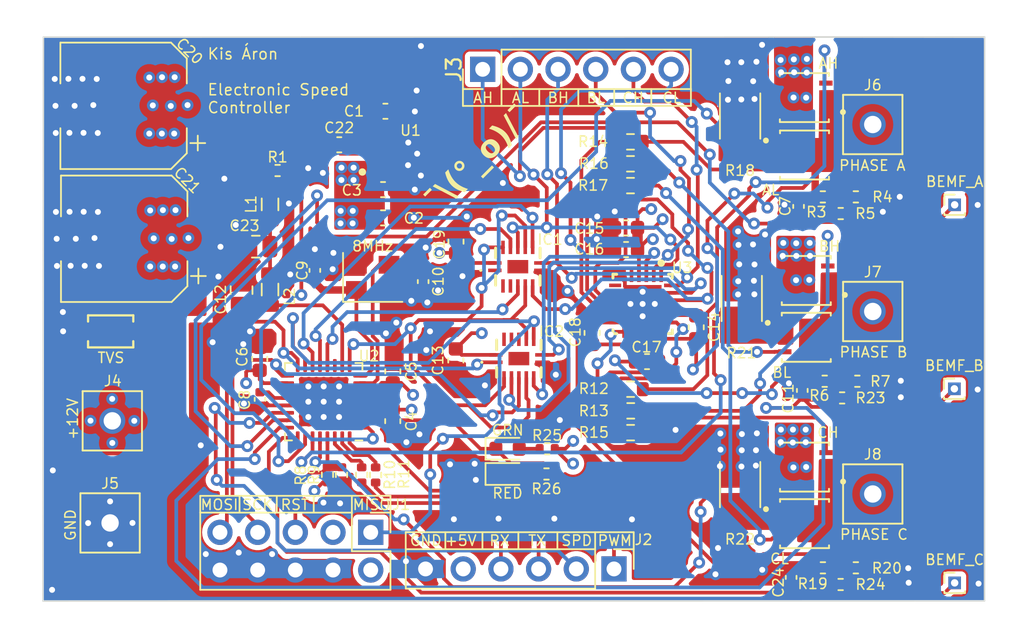
<source format=kicad_pcb>
(kicad_pcb (version 20240108) (generator "pcbnew") (generator_version "8.0")
  (layers (0 "F.Cu" power "Top") (1 "In1.Cu" power "GND") (2 "In2.Cu" power "POWER") (31 "B.Cu" power "Bottom") (34 "B.Paste" user) (35 "F.Paste" user) (36 "B.SilkS" user "B.Silkscreen") (37 "F.SilkS" user "F.Silkscreen") (38 "B.Mask" user) (39 "F.Mask" user) (44 "Edge.Cuts" user))
  (net 0 "")
  (net 1 "GND")
  (net 2 "XTAL1")
  (net 3 "XTAL2")
  (net 4 "+12V")
  (net 5 "COIL_A")
  (net 6 "Net-(U3-BSTA)")
  (net 7 "COIL_B")
  (net 8 "Net-(U3-BSTB)")
  (net 9 "COIL_C")
  (net 10 "Net-(U3-BSTC)")
  (net 11 "COIL_A_BEMF")
  (net 12 "RST")
  (net 13 "CH")
  (net 14 "BH")
  (net 15 "AH")
  (net 16 "CL")
  (net 17 "BL")
  (net 18 "AL")
  (net 19 "RX")
  (net 20 "TX")
  (net 21 "Net-(Q1-Pad4)")
  (net 22 "Net-(Q2-Pad4)")
  (net 23 "Net-(Q3-Pad4)")
  (net 24 "Net-(Q4-Pad4)")
  (net 25 "Net-(Q5-Pad4)")
  (net 26 "Net-(U3-GHA)")
  (net 27 "Net-(U3-GLA)")
  (net 28 "Net-(U3-GLB)")
  (net 29 "Net-(U3-GHB)")
  (net 30 "Net-(U3-GLC)")
  (net 31 "Net-(U3-GHC)")
  (net 36 "+5V")
  (net 37 "Net-(Q6-Pad4)")
  (net 38 "Net-(U2-AREF)")
  (net 39 "Net-(U2-PD0)")
  (net 40 "Net-(U2-PD1)")
  (net 41 "COIL_B_BEMF")
  (net 42 "COMP_REF_IN")
  (net 44 "COIL_C_BEMF")
  (net 45 "PWM_OUT")
  (net 46 "AH_PWM")
  (net 47 "BH_PWM")
  (net 48 "CH_PWM")
  (net 52 "AL_PWM")
  (net 53 "BL_PWM")
  (net 54 "CL_PWM")
  (net 58 "SPEED_REF")
  (net 59 "COIL_A_CURR")
  (net 60 "COIL_B_CURR")
  (net 61 "COIL_C_CURR")
  (net 65 "Net-(L1-Pad1)")
  (net 66 "COMP_REF_OUT")
  (net 67 "LED")
  (net 69 "PWM_IN")
  (net 70 "Net-(R3-Pad1)")
  (net 71 "Net-(R23-Pad1)")
  (net 72 "Net-(R19-Pad1)")
  (net 73 "Net-(GRN1-A)")
  (net 74 "Net-(RED1-A)")
  (net 75 "Net-(C23-Pad2)")
  (footprint "74HCT08BQ115:74HCT08BQ115" (layer "F.Cu") (at 77.98 47.48)
    (property "Reference" "IC1")
    (property "Value" "74HCT08BQ,115" (hide yes))
  )
  (footprint "Resistor_SMD:R_0603_1608Metric" (layer "F.Cu") (at 85.571671 42.016246)
    (property "Reference" "R17")
    (property "Value" "15")
  )
  (footprint "Capacitor_SMD:C_0603_1608Metric" (layer "F.Cu") (at 60.585 53.6925 -90)
    (property "Reference" "C6")
    (property "Value" "100n")
  )
  (footprint "Resistor_SMD:R_0402_1005Metric" (layer "F.Cu") (at 66.095 61.5075 90)
    (property "Reference" "R9")
    (property "Value" "1k")
  )
  (footprint "Resistor_SMD:R_2010_5025Metric" (layer "F.Cu") (at 92.96 37.3275 -90)
    (property "Reference" "R18")
    (property "Value" "5m")
  )
  (footprint "Capacitor_SMD:C_0805_2012Metric" (layer "F.Cu") (at 59.36 49.06 -90)
    (property "Reference" "C12")
    (property "Value" "47uF")
  )
  (footprint "Resistor_SMD:R_0402_1005Metric" (layer "F.Cu") (at 99.835 56.325 180)
    (property "Reference" "R23")
    (property "Value" "10k")
  )
  (footprint "Inductor_SMD:L_0805_2012Metric" (layer "F.Cu") (at 61.28 43.2825 -90)
    (property "Reference" "L1")
    (property "Value" "100uH")
  )
  (footprint "Resistor_SMD:R_0402_1005Metric" (layer "F.Cu") (at 99.74 43.9 180)
    (property "Reference" "R5")
    (property "Value" "10k")
  )
  (footprint "Capacitor_SMD:C_0402_1005Metric" (layer "F.Cu") (at 64.3 47.729998 -90)
    (property "Reference" "C9")
    (property "Value" "22p")
  )
  (footprint "Capacitor_SMD:C_0603_1608Metric" (layer "F.Cu") (at 82.984171 51.943746 -90)
    (property "Reference" "C18")
    (property "Value" "0.1u")
  )
  (footprint "Resistor_SMD:R_2010_5025Metric" (layer "F.Cu") (at 92.96 62.1675 -90)
    (property "Reference" "R22")
    (property "Value" "5m")
  )
  (footprint "BSZ0902NS:BSZ0902NS" (layer "F.Cu") (at 97.42 52.239325)
    (property "Reference" "BL")
    (property "Value" "BSZ0902NS")
  )
  (footprint "8730:8730" (layer "F.Cu") (at 101.9 50.5)
    (property "Reference" "J7")
    (property "Value" "8730")
  )
  (footprint "Crystal:Crystal_SMD_3225-4Pin_3.2x2.5mm" (layer "F.Cu") (at 68.2 48.2)
    (property "Reference" "8MHz")
    (property "Value" "ECS-80-12-33-JGN-TR")
  )
  (footprint "8730:8730" (layer "F.Cu") (at 50.5 64.75)
    (property "Reference" "J5")
    (property "Value" "8730")
  )
  (footprint "Resistor_SMD:R_0603_1608Metric" (layer "F.Cu") (at 85.571671 40.546246)
    (property "Reference" "R16")
    (property "Value" "15")
  )
  (footprint "Resistor_SMD:R_0402_1005Metric" (layer "F.Cu") (at 61.79 41)
    (property "Reference" "R1")
    (property "Value" "30")
  )
  (footprint "Capacitor_SMD:CP_Elec_8x10" (layer "F.Cu") (at 51.41 36.64 180)
    (property "Reference" "C20")
    (property "Value" "470u")
  )
  (footprint "Resistor_SMD:R_0402_1005Metric" (layer "F.Cu") (at 100.76 42.775 180)
    (property "Reference" "R4")
    (property "Value" "10k")
  )
  (footprint "74HCT08BQ115:74HCT08BQ115" (layer "F.Cu") (at 78.05 53.675)
    (property "Reference" "IC2")
    (property "Value" "74HCT08BQ,115" (hide yes))
  )
  (footprint "Inductor_SMD:L_0805_2012Metric" (layer "F.Cu") (at 61.28 49.0225 -90)
    (property "Reference" "L2")
    (property "Value" "100uH")
  )
  (footprint "Resistor_SMD:R_0402_1005Metric" (layer "F.Cu") (at 98.66 55.2 180)
    (property "Reference" "R6")
    (property "Value" "33k")
  )
  (footprint "Capacitor_SMD:C_0402_1005Metric" (layer "F.Cu") (at 97.15 55.82 -90)
    (property "Reference" "C11")
    (property "Value" "2.4n")
  )
  (footprint "8730:8730" (layer "F.Cu") (at 101.9 62.8)
    (property "Reference" "J8")
    (property "Value" "8730")
  )
  (footprint "Connector_PinHeader_2.54mm:PinHeader_1x06_P2.54mm_Vertical" (layer "F.Cu") (at 84.46 67.85 -90)
    (property "Reference" "J2")
    (property "Value" "Conn_01x06")
  )
  (footprint "Resistor_SMD:R_0402_1005Metric" (layer "F.Cu") (at 99.735 68.9 180)
    (property "Reference" "R24")
    (property "Value" "10k")
  )
  (footprint "Capacitor_SMD:C_0805_2012Metric" (layer "F.Cu") (at 60.32 46.13)
    (property "Reference" "C23")
    (property "Value" "47uF")
  )
  (footprint "Capacitor_SMD:CP_Elec_8x10" (layer "F.Cu") (at 51.45 45.6 180)
    (property "Reference" "C21")
    (property "Value" "470u")
  )
  (footprint "Capacitor_SMD:C_0402_1005Metric" (layer "F.Cu") (at 96.9 43.42 -90)
    (property "Reference" "C7")
    (property "Value" "2.4n")
  )
  (footprint "Capacitor_SMD:C_0402_1005Metric" (layer "F.Cu") (at 96.4 68.42 -90)
    (property "Reference" "C24")
    (property "Value" "2.4n")
  )
  (footprint "Capacitor_SMD:C_0603_1608Metric" (layer "F.Cu") (at 68.895 44.19 180)
    (property "Reference" "C2")
    (property "Value" "2.2u")
  )
  (footprint "8730:8730" (layer "F.Cu") (at 101.9 37.9)
    (property "Reference" "J6")
    (property "Value" "8730")
  )
  (footprint "Capacitor_SMD:C_0603_1608Metric" (layer "F.Cu") (at 69.55 57.89 90)
    (property "Reference" "C4")
    (property "Value" "100n")
  )
  (footprint "Capacitor_SMD:C_0603_1608Metric" (layer "F.Cu") (at 86.686671 53.876246)
    (property "Reference" "C17")
    (property "Value" "0.1u")
  )
  (footprint "Connector_PinHeader_1.00mm:PinHeader_1x01_P1.00mm_Vertical" (layer "F.Cu") (at 107.42 43.31)
    (property "Reference" "BEMF_A")
    (property "Value" "Conn_01x01")
  )
  (footprint "Resistor_SMD:R_0402_1005Metric" (layer "F.Cu") (at 68.395 61.5175 90)
    (property "Reference" "R11")
    (property "Value" "1k")
  )
  (footprint "Connector_PinHeader_1.00mm:PinHeader_1x01_P1.00mm_Vertical" (layer "F.Cu") (at 107.4 55.71)
    (property "Reference" "BEMF_B")
    (property "Value" "Conn_01x01")
  )
  (footprint "Resistor_SMD:R_2010_5025Metric" (layer "F.Cu") (at 93.07 49.621825 -90)
    (property "Reference" "R21")
    (property "Value" "5m")
  )
  (footprint "BSZ0902NS:BSZ0902NS" (layer "F.Cu") (at 97.3 39.954325)
    (property "Reference" "AL")
    (property "Value" "BSZ0902NS")
  )
  (footprint "Resistor_SMD:R_0402_1005Metric" (layer "F.Cu") (at 67.455 61.5125 90)
    (property "Reference" "R10")
    (property "Value" "1k")
  )
  (footprint "Resistor_SMD:R_0402_1005Metric" (layer "F.Cu") (at 100.76 67.775 180)
    (property "Reference" "R20")
    (property "Value" "10k")
  )
  (footprint "8730:8730" (layer "F.Cu") (at 50.65 57.87)
    (property "Reference" "J4")
    (property "Value" "8730")
  )
  (footprint "Capacitor_SMD:C_0603_1608Metric" (layer "F.Cu") (at 85.274171 46.326246)
    (property "Reference" "C16")
    (property "Value" "1u")
  )
  (footprint "Resistor_SMD:R_0402_1005Metric" (layer "F.Cu") (at 98.54 67.775 180)
    (property "Reference" "R19")
    (property "Value" "33k")
  )
  (footprint "Connector_PinHeader_2.54mm:PinHeader_2x05_P2.54mm_Vertical" (layer "F.Cu") (at 68.065 65.385 -90)
    (property "Reference" "J1")
    (property "Value" "AVR-ISP-10")
  )
  (footprint "BSZ0902NS:BSZ0902NS" (layer "F.Cu") (at 97.29 36.084325 180)
    (property "Reference" "AH")
    (property "Value" "BSZ0902NS")
  )
  (footprint "Resistor_SMD:R_0603_1608Metric" (layer "F.Cu") (at 85.579171 58.666246)
    (property "Reference" "R15")
    (property "Value" "15")
  )
  (footprint "Capacitor_SMD:C_0603_1608Metric" (layer "F.Cu") (at 68.895 42.285 180)
    (property "Reference" "C3")
    (property "Value" "2.2u")
  )
  (footprint "Capacitor_SMD:C_0603_1608Metric" (layer "F.Cu") (at 90 51.565 90)
    (property "Reference" "C14")
    (property "Value" "0.1u")
  )
  (footprint "Capacitor_SMD:C_0402_1005Metric" (layer "F.Cu") (at 71.600002 48.485 90)
    (property "Reference" "C10")
    (property "Value" "22p")
  )
  (footprint "Capacitor_SMD:C_0603_1608Metric" (layer "F.Cu") (at 73.81 45.795 -90)
    (property "Reference" "C19")
    (property "Value" "100n")
  )
  (footprint "Connector_PinHeader_1.00mm:PinHeader_1x01_P1.00mm_Vertical" (layer "F.Cu") (at 107.42 68.79)
    (property "Reference" "BEMF_C")
    (property "Value" "Conn_01x01")
  )
  (footprint "Resistor_SMD:R_0402_1005Metric" (layer "F.Cu") (at 79.91 61.45 180)
    (property "Reference" "R26")
    (property "Value" "300")
  )
  (footprint "PTVS12VS1UTR-115:CR_1UTR_115_NEX" (layer "F.Cu") (at 50.539 51.84 180)
    (property "Reference" "TVS")
    (property "Value" "PTVS12VS1UTR_115")
  )
  (footprint "Capacitor_SMD:C_0603_1608Metric" (layer "F.Cu") (at 73.8 53.8 90)
    (property "Reference" "C13")
    (property "Value" "100n")
  )
  (footprint "Capacitor_SMD:C_0603_1608Metric" (layer "F.Cu") (at 69.555 54.5325 -90)
    (property "Reference" "C5")
    (property "Value" "100n")
  )
  (footprint "Resistor_SMD:R_0402_1005Metric" (layer "F.Cu") (at 98.535 42.775 180)
    (property "Reference" "R3")
    (property "Value" "33k")
  )
  (footprint "BSZ0902NS:BSZ0902NS" (layer "F.Cu") (at 97.30222 64.796899)
    (property "Reference" "CL")
    (property "Value" "BSZ0902NS")
  )
  (footprint "LED_SMD:LED_0603_1608Metric" (layer "F.Cu") (at 77.2875 59.75)
    (property "Reference" "GRN")
    (property "Value" "LED")
  )
  (footprint "Capacitor_SMD:C_0603_1608Metric" (layer "F.Cu") (at 85.271671 44.866246 180)
    (property "Reference" "C15")
    (property "Value" "0.1u")
  )
  (footprint "Capacitor_SMD:C_0603_1608Metric" (layer "F.Cu") (at 69.055 37.005 180)
    (property "Reference" "C1")
    (property "Value" "1u")
  )
  (footprint "Resistor_SMD:R_0603_1608Metric" (layer "F.Cu") (at 85.571671 39.066246)
    (property "Reference" "R14")
    (property "Value" "15")
  )
  (footprint "Resistor_SMD:R_0603_1608Metric" (layer "F.Cu") (at 85.579171 55.736246)
    (property "Reference" "R12")
    (property "Value" "15")
  )
  (footprint "Package_DFN_QFN:QFN-32-1EP_5x5mm_P0.5mm_EP3.1x3.1mm" (layer "F.Cu") (at 64.895 56.58 180)
    (property "Reference" "U2")
    (property "Value" "ATmega328P-M")
  )
  (footprint "Resistor_SMD:R_0603_1608Metric" (layer "F.Cu") (at 85.589171 57.196246)
    (property "Reference" "R13")
    (property "Value" "15")
  )
  (footprint "LED_SMD:LED_0603_1608Metric" (layer "F.Cu") (at 77.2875 61.45)
    (property "Reference" "RED")
    (property "Value" "LED")
  )
  (footprint "BSZ0902NS:BSZ0902NS" (layer "F.Cu") (at 97.29972 60.986899 180)
    (property "Reference" "CH")
    (property "Value" "BSZ0902NS")
  )
  (footprint "Resistor_SMD:R_0402_1005Metric" (layer "F.Cu") (at 65.15 61.505 90)
    (property "Reference" "R8")
    (property "Value" "10k")
  )
  (footprint "Resistor_SMD:R_0402_1005Metric" (layer "F.Cu") (at 100.86 55.2 180)
    (property "Reference" "R7")
    (property "Value" "10k")
  )
  (footprint "TLV76750DRVR:SON65P200X200X80-7N" (layer "F.Cu") (at 68.825 39.75 90)
    (property "Reference" "U1")
    (property "Value" "TLV76750DRVx" (hide yes))
  )
  (footprint "Capacitor_SMD:C_0402_1005Metric" (layer "F.Cu") (at 60.605 56.4225 90)
    (property "Reference" "C8")
    (property "Value" "100n")
  )
  (footprint "BSZ0902NS:BSZ0902NS" (layer "F.Cu") (at 97.42 48.409325 180)
    (property "Reference" "BH")
    (property "Value" "BSZ0902NS")
  )
  (footprint "Capacitor_SMD:C_0603_1608Metric" (layer "F.Cu") (at 65.945 39.265)
    (property "Reference" "C22")
    (property "Value" "1u")
  )
  (footprint "Resistor_SMD:R_0402_1005Metric" (layer "F.Cu") (at 79.96 59.75 180)
    (property "Reference" "R25")
    (property "Value" "300")
  )
  (footprint "Connector_PinHeader_2.54mm:PinHeader_1x06_P2.54mm_Vertical" (layer "F.Cu") (at 75.61 34.18 90)
    (property "Reference" "J3")
    (property "Value" "Conn_01x06")
  )
  (footprint "DRV8300DRGER:RGE0024B-IPC_C" (layer "F.Cu") (at 86.39 49.991246 -90)
    (property "Reference" "U3")
    (property "Value" "DRV8300DRGER")
  )
  (gr_line (start 66.795 64.0425) (end 66.795 62.9275) (stroke (width 0.12)) (layer "F.SilkS"))
  (gr_line (start 84.475 35.51) (end 84.475 36.64) (stroke (width 0.12)) (layer "F.SilkS"))
  (gr_line (start 85.79 66.505) (end 85.79 65.375) (stroke (width 0.12)) (layer "F.SilkS"))
  (gr_line (start 70.425 66.505) (end 70.425 65.375) (stroke (width 0.12)) (layer "F.SilkS"))
  (gr_line (start 56.575 62.925) (end 69.395 62.92) (stroke (width 0.12)) (layer "F.SilkS"))
  (gr_line (start 82.055 35.52) (end 82.055 36.65) (stroke (width 0.12)) (layer "F.SilkS"))
  (gr_line (start 83.19 66.51) (end 83.19 65.38) (stroke (width 0.12)) (layer "F.SilkS"))
  (gr_line (start 64.225 64.0425) (end 64.225 62.9275) (stroke (width 0.12)) (layer "F.SilkS"))
  (gr_line (start 76.88 35.51) (end 76.88 36.64) (stroke (width 0.12)) (layer "F.SilkS"))
  (gr_line (start 86.975 35.51) (end 86.975 36.64) (stroke (width 0.12)) (layer "F.SilkS"))
  (gr_line (start 73.095 66.51) (end 73.095 65.38) (stroke (width 0.12)) (layer "F.SilkS"))
  (gr_line (start 56.575 64.055) (end 56.575 62.925) (stroke (width 0.12)) (layer "F.SilkS"))
  (gr_line (start 59.225 64.045) (end 59.225 62.93) (stroke (width 0.12)) (layer "F.SilkS"))
  (gr_line (start 89.645 35.515) (end 89.645 36.645) (stroke (width 0.12)) (layer "F.SilkS"))
  (gr_line (start 89.645 36.645) (end 74.28 36.645) (stroke (width 0.12)) (layer "F.SilkS"))
  (gr_line (start 61.735 64.0425) (end 61.735 62.9275) (stroke (width 0.12)) (layer "F.SilkS"))
  (gr_line (start 74.28 35.515) (end 74.28 36.645) (stroke (width 0.12)) (layer "F.SilkS"))
  (gr_line (start 69.395 64.05) (end 69.395 62.92) (stroke (width 0.12)) (layer "F.SilkS"))
  (gr_line (start 78.015 66.5) (end 78.015 65.37) (stroke (width 0.12)) (layer "F.SilkS"))
  (gr_line (start 80.645 66.51) (end 80.645 65.38) (stroke (width 0.12)) (layer "F.SilkS"))
  (gr_line (start 75.595 66.51) (end 75.595 65.38) (stroke (width 0.12)) (layer "F.SilkS"))
  (gr_line (start 70.425 65.375) (end 85.79 65.375) (stroke (width 0.12)) (layer "F.SilkS"))
  (gr_line (start 79.425 35.51) (end 79.425 36.64) (stroke (width 0.12)) (layer "F.SilkS"))
  (gr_line (start 109.435 32) (end 46.01 32.01) (stroke (width 0.1)) (layer "Edge.Cuts"))
  (gr_line (start 109.43 70) (end 109.435 32) (stroke (width 0.1)) (layer "Edge.Cuts"))
  (gr_line (start 109.43 70) (end 45.985 70.01) (stroke (width 0.1)) (layer "Edge.Cuts"))
  (gr_line (start 46.01 32.01) (end 45.985 70.01) (stroke (width 0.1)) (layer "Edge.Cuts"))
  (gr_text "oo" (at 83.86 64.73 315) (layer "F.Cu") (effects (font (size 0.4 0.4) (thickness 0.1) (bold yes)) (justify left bottom)))
  (gr_text "ee" (at 82.39 63.25 315) (layer "F.Cu") (effects (font (size 0.4 0.4) (thickness 0.1) (bold yes)) (justify left bottom)))
  (gr_text "oo" (at 83.44 64.32 315) (layer "F.Cu") (effects (font (size 0.4 0.4) (thickness 0.1) (bold yes)) (justify left bottom)))
  (gr_text "P  P    P  P" (at 82.31 63.17 315) (layer "F.Cu") (effects (font (size 0.4 0.4) (thickness 0.1) (bold yes)) (justify left bottom)))
  (gr_text "ee" (at 82.82 63.67 315) (layer "F.Cu") (effects (font (size 0.4 0.4) (thickness 0.1) (bold yes)) (justify left bottom)))
  (gr_text "BL" (at 82.55 36.51 0) (layer "F.SilkS") (effects (font (size 0.7 0.7) (thickness 0.1)) (justify left bottom)))
  (gr_text "PHASE B" (at 99.6 53.65 0) (layer "F.SilkS") (effects (font (size 0.7 0.7) (thickness 0.1)) (justify left bottom)))
  (gr_text "+5V" (at 73 66.35 0) (layer "F.SilkS") (effects (font (size 0.7 0.7) (thickness 0.1)) (justify left bottom)))
  (gr_text "CL" (at 87.66 36.51 0) (layer "F.SilkS") (effects (font (size 0.7 0.7) (thickness 0.1)) (justify left bottom)))
  (gr_text "TX" (at 78.615 66.35 0) (layer "F.SilkS") (effects (font (size 0.7 0.7) (thickness 0.1)) (justify left bottom)))
  (gr_text "RX" (at 76 66.35 0) (layer "F.SilkS") (effects (font (size 0.7 0.7) (thickness 0.1)) (justify left bottom)))
  (gr_text "SPD" (at 80.85 66.35 0) (layer "F.SilkS") (effects (font (size 0.7 0.7) (thickness 0.1)) (justify left bottom)))
  (gr_text "MOSI\n" (at 56.535 63.935 0) (layer "F.SilkS") (effects (font (size 0.7 0.7) (thickness 0.1)) (justify left bottom)))
  (gr_text "Kis Áron\n\nElectronic Speed \nController" (at 57.01 37.2 0) (layer "F.SilkS") (effects (font (size 0.75 0.75) (thickness 0.1)) (justify left bottom)))
  (gr_text "BH" (at 79.92 36.51 0) (layer "F.SilkS") (effects (font (size 0.7 0.7) (thickness 0.1)) (justify left bottom)))
  (gr_text "PHASE A" (at 99.57 41.07 0) (layer "F.SilkS") (effects (font (size 0.7 0.7) (thickness 0.1)) (justify left bottom)))
  (gr_text "PHASE C" (at 99.63 65.94 0) (layer "F.SilkS") (effects (font (size 0.7 0.7) (thickness 0.1)) (justify left bottom)))
  (gr_text "PWM" (at 83.3 66.35 0) (layer "F.SilkS") (effects (font (size 0.7 0.7) (thickness 0.1)) (justify left bottom)))
  (gr_text "SCK" (at 59.335 63.935 0) (layer "F.SilkS") (effects (font (size 0.7 0.7) (thickness 0.1)) (justify left bottom)))
  (gr_text "CH" (at 84.97 36.51 0) (layer "F.SilkS") (effects (font (size 0.7 0.7) (thickness 0.1)) (justify left bottom)))
  (gr_text "AL" (at 77.51 36.51 0) (layer "F.SilkS") (effects (font (size 0.7 0.7) (thickness 0.1)) (justify left bottom)))
  (gr_text "¯\\(°_o)/¯" (at 72.76 44.07 45) (layer "F.SilkS") (effects (font (size 1.5 1.5) (thickness 0.25) (bold yes)) (justify left bottom)))
  (gr_text "+12V" (at 48.39 59.2 90) (layer "F.SilkS") (effects (font (size 0.7 0.7) (thickness 0.1)) (justify left bottom)))
  (gr_text "GND" (at 48.24 66.02 90) (layer "F.SilkS") (effects (font (size 0.7 0.7) (thickness 0.1)) (justify left bottom)))
  (gr_text "MISO" (at 66.785 63.935 0) (layer "F.SilkS") (effects (font (size 0.7 0.7) (thickness 0.1)) (justify left bottom)))
  (gr_text "GND" (at 70.645 66.35 0) (layer "F.SilkS") (effects (font (size 0.7 0.7) (thickness 0.1)) (justify left bottom)))
  (gr_text "RST" (at 61.935 63.935 0) (layer "F.SilkS") (effects (font (size 0.7 0.7) (thickness 0.1)) (justify left bottom)))
  (gr_text "AH" (at 74.91 36.51 0) (layer "F.SilkS") (effects (font (size 0.7 0.7) (thickness 0.1)) (justify left bottom)))
  (segment (start 64.88 63.38) (end 64.88 63.2325) (width 0.25) (layer "F.Cu") (net 1))
  (segment (start 66.8 47.65) (end 67.1 47.35) (width 0.25) (layer "F.Cu") (net 1))
  (segment (start 103.715 42.775) (end 101.27 42.775) (width 0.25) (layer "F.Cu") (net 1))
  (segment (start 71.16 35.61) (end 69.83 36.94) (width 0.25) (layer "F.Cu") (net 1))
  (segment (start 94.45 67.91) (end 96.37 67.91) (width 0.25) (layer "F.Cu") (net 1))
  (segment (start 104.265 67.775) (end 101.27 67.775) (width 0.25) (layer "F.Cu") (net 1))
  (segment (start 63.85 40.585) (end 65.17 39.265) (width 0.25) (layer "F.Cu") (net 1))
  (segment (start 59.37 45.07) (end 59.37 46.13) (width 0.25) (layer "F.Cu") (net 1))
  (segment (start 70.595 39.115) (end 69.96 39.75) (width 0.25) (layer "F.Cu") (net 1))
  (segment (start 103.76 55.2) (end 101.37 55.2) (width 0.25) (layer "F.Cu") (net 1))
  (segment (start 80.035 53.925) (end 80.54 54.43) (width 0.25) (layer "F.Cu") (net 1))
  (segment (start 70.565 40.655) (end 70.58 40.64) (width 0.25) (layer "F.Cu") (net 1))
  (segment (start 59.93 51.84) (end 60.585 52.495) (width 0.25) (layer "F.Cu") (net 1))
  (segment (start 70.8 49.78) (end 70.07 49.05) (width 0.25) (layer "F.Cu") (net 1))
  (segment (start 68.825 38.7) (end 68.825 39.75) (width 0.25) (layer "F.Cu") (net 1))
  (segment (start 69.83 59.31) (end 69.55 59.03) (width 0.25) (layer "F.Cu") (net 1))
  (segment (start 72.94 45.02) (end 73.81 45.02) (width 0.25) (layer "F.Cu") (net 1))
  (segment (start 74.54 44.1) (end 74.54 44.29) (width 0.25) (layer "F.Cu") (net 1))
  (segment (start 83.33 44.78) (end 83.33 44.1) (width 0.25) (layer "F.Cu") (net 1))
  (segment (start 85.195573 48.796819) (end 86.39 49.991246) (width 0.25) (layer "F.Cu") (net 1))
  (segment (start 69.83 37.005) (end 71.025 37.005) (width 0.25) (layer "F.Cu") (net 1))
  (segment (start 71.24 58.665) (end 71.35 58.775) (width 0.25) (layer "F.Cu") (net 1))
  (segment (start 85.195573 48.166818) (end 85.195573 48.796819) (width 0.25) (layer "F.Cu") (net 1))
  (segment (start 79.6 53.925) (end 80.035 53.925) (width 0.25) (layer "F.Cu") (net 1))
  (segment (start 67.3325 56.33) (end 65.145 56.33) (width 0.25) (layer "F.Cu") (net 1))
  (segment (start 80.54 54.43) (end 80.54 54.76) (width 0.25) (layer "F.Cu") (net 1))
  (segment (start 69.55 59.03) (end 69.55 58.665) (width 0.25) (layer "F.Cu") (net 1))
  (segment (start 71.675 48.965) (end 71.88 49.17) (width 0.25) (layer "F.Cu") (net 1))
  (segment (start 64.84 41.16) (end 64.9 41.1) (width 0.25) (layer "F.Cu") (net 1))
  (segment (start 65.145 56.33) (end 64.895 56.58) (width 0.25) (layer "F.Cu") (net 1))
  (segment (start 71.600002 49.608002) (end 71.600002 48.965) (width 0.25) (layer "F.Cu") (net 1))
  (segment (start 68.94 39.865) (end 68.825 39.75) (width 0.25) (layer "F.Cu") (net 1))
  (segment (start 57.94 46.69) (end 57.94 46.14) (width 0.25) (layer "F.Cu") (net 1))
  (segment (start 84.51 43.76) (end 84.496671 43.773329) (width 0.25) (layer "F.Cu") (net 1))
  (segment (start 62.4575 56.83) (end 64.645 56.83) (width 0.25) (layer "F.Cu") (net 1))
  (segment (start 96.25 55.34) (end 97.15 55.34) (width 0.25) (layer "F.Cu") (net 1))
  (segment (start 75.76 61.45) (end 76.5 61.45) (width 0.25) (layer "F.Cu") (net 1))
  (segment (start 65.55 46.55) (end 66.3 46.55) (width 0.25) (layer "F.Cu") (net 1))
  (segment (start 69.73 44.18) (end 69.69 44.14) (width 0.25) (layer "F.Cu") (net 1))
  (segment (start 57.84 48.11) (end 57.8 48.15) (width 0.25) (layer "F.Cu") (net 1))
  (segment (start 70.97 44.18) (end 69.73 44.18) (width 0.25) (layer "F.Cu") (net 1))
  (segment (start 69.67 43.865) (end 69.67 44.19) (width 0.25) (layer "F.Cu") (net 1))
  (segment (start 59.37 46.13) (end 57.95 46.13) (width 0.25) (layer "F.Cu") (net 1))
  (segment (start 69.09 51.97) (end 69.555 52.435) (width 0.25) (layer "F.Cu") (net 1))
  (segment (start 69.67 42.285) (end 70.49 41.465) (width 0.25) (layer "F.Cu") (net 1))
  (segment (start 65.645 57.33) (end 64.895 56.58) (width 0.25) (layer "F.Cu") (net 1))
  (segment (start 74.54 44.29) (end 73.81 45.02) (width 0.25) (layer "F.Cu") (net 1))
  (segment (start 62.4575 56.83) (end 60.6775 56.83) (width 0.25) (layer "F.Cu") (net 1))
  (segment (start 69.79 51.25) (end 69.79 49.54) (width 0.25) (layer "F.Cu") (net 1))
  (segment (start 60.6775 56.83) (end 60.605 56.9025) (width 0.25) (layer "F.Cu") (net 1))
  (segment (start 69.79 49.54) (end 69.3 49.05) (width 0.25) (layer "F.Cu") (net 1))
  (segment (start 96.31 42.94) (end 96.9 42.94) (width 0.25) (layer "F.Cu") (net 1))
  (segment (start 69.96 39.75) (end 68.825 39.75) (width 0.25) (layer "F.Cu") (net 1))
  (segment (start 84.499171 46.326246) (end 84.499171 45.949171) (width 0.25) (layer "F.Cu") (net 1))
  (segment (start 64.645 56.83) (end 64.895 56.58) (width 0.25) (layer "F.Cu") (net 1))
  (segment (start 59.36 48.11) (end 57.84 48.11) (width 0.25) (layer "F.Cu") (net 1))
  (segment (start 71.77 46.19) (end 72.94 45.02) (width 0.25) (layer "F.Cu") (net 1))
  (segment (start 71.88 49.17) (end 72.59 49.17) (width 0.25) (layer "F.Cu") (net 1))
  (segment (start 84.499171 45.949171) (end 83.33 44.78) (width 0.25) (layer "F.Cu") (net 1))
  (segment (start 60.585 52.9175) (end 59.6925 52.9175) (width 0.25) (layer "F.Cu") (net 1))
  (segment (start 83.302 45.62) (end 84.008246 46.326246) (width 0.25) (layer "F.Cu") (net 1))
  (segment (start 67.3325 57.33) (end 65.645 57.33) (width 0.25) (layer "F.Cu") (net 1))
  (segment (start 71.035 42.285) (end 69.67 42.285) (width 0.25) (layer "F.Cu") (net 1))
  (segment (start 85.140001 48.111246) (end 85.195573 48.166818) (width 0.25) (layer "F.Cu") (net 1))
  (segment (start 48.624 51.84) (end 47.319 50.535) (width 0.25) (layer "F.Cu") (net 1))
  (segment (start 70.58 40.64) (end 69.635 40.64) (width 0.25) (layer "F.Cu") (net 1))
  (segment (start 47.339 51.84) (end 47.334 51.835) (width 0.25) (layer "F.Cu") (net 1))
  (segment (start 71.32 41.465) (end 71.445 41.34) (width 0.25) (layer "F.Cu") (net 1))
  (segment (start 60.585 52.495) (end 60.585 52.9175) (width 0.25) (layer "F.Cu") (net 1))
  (segment (start 69.635 40.64) (end 69.475 40.8) (width 0.25) (layer "F.Cu") (net 1))
  (segment (start 83.33 44.1) (end 84.096246 44.866246) (width 0.25) (layer "F.Cu") (net 1))
  (segment (start 70.49 41.465) (end 71.32 41.465) (width 0.25) (layer "F.Cu") (net 1))
  (segment (start 69.555 52.435) (end 69.555 53.7575) (width 0.25) (layer "F.Cu") (net 1))
  (segment (start 59.36 48.11) (end 57.94 46.69) (width 0.25) (layer "F.Cu") (net 1))
  (segment (start 70.47 59.31) (end 69.83 59.31) (width 0.25) (layer "F.Cu") (net 1))
  (segment (start 75.55 61.45) (end 75.15 61.85) (width 0.25) (layer "F.Cu") (net 1))
  (segment (start 70.07 49.05) (end 69.3 49.05) (width 0.25) (layer "F.Cu") (net 1))
  (segment (start 104.29 67.8) (end 104.265 67.775) (width 0.25) (layer "F.Cu") (net 1))
  (segment (start 48.888 51.84) (end 47.339 51.84) (width 0.25) (layer "F.Cu") (net 1))
  (segment (start 95.95 43.3) (end 96.31 42.94) (width 0.25) (layer "F.Cu") (net 1))
  (segment (start 84.008246 46.326246) (end 84.499171 46.326246) (width 0.25) (layer "F.Cu") (net 1))
  (segment (start 69.55 58.665) (end 71.24 58.665) (width 0.25) (layer "F.Cu") (net 1))
  (segment (start 71.88 49.888) (end 71.600002 49.608002) (width 0.25) (layer "F.Cu") (net 1))
  (segment (start 59.6925 52.9175) (end 59.475 52.7) (width 0.25) (layer "F.Cu") (net 1))
  (segment (start 81.326523 49.113095) (end 79.943428 47.73) (width 0.25) (layer "F.Cu") (net 1))
  (segment (start 64.88 63.2325) (end 66.095 62.0175) (width 0.25) (layer "F.Cu") (net 1))
  (segment (start 84.496671 43.773329) (end 84.496671 44.866246) (width 0.25) (layer "F.Cu") (net 1))
  (segment (start 63.85 40.84) (end 63.85 40.585) (width 0.25) (layer "F.Cu") (net 1))
  (segment (start 69.83 36.94) (end 69.83 37.005) (width 0.25) (layer "F.Cu") (net 1))
  (segment (start 103.79 55.17) (end 103.76 55.2) (width 0.25) (layer "F.Cu") (net 1))
  (segment (start 48.888 51.84) (end 48.624 51.84) (width 0.25) (layer "F.Cu") (net 1))
  (segment (start 103.72 42.77) (end 103.715 42.775) (width 0.25) (layer "F.Cu") (net 1))
  (segment (start 65.5 47.65) (end 66.8 47.65) (width 0.25) (layer "F.Cu") (net 1))
  (segment (start 76.5 61.45) (end 75.55 61.45) (width 0.25) (layer "F.Cu") (net 1))
  (segment (start 66.095 63.335) (end 66.095 62.0175) (width 0.25) (layer "F.Cu") (net 1))
  (segment (start 58.97 44.67) (end 59.37 45.07) (width 0.25) (layer "F.Cu") (net 1))
  (segment (start 59.717826 56.9025) (end 60.605 56.9025) (width 0.25) (layer "F.Cu") (net 1))
  (segment (start 71.025 37.005) (end 71.04 37.02) (width 0.25) (layer "F.Cu") (net 1))
  (segment (start 96.37 67.91) (end 96.4 67.94) (width 0.25) (layer "F.Cu") (net 1))
  (segment (start 75.07 60.76) (end 75.76 61.45) (width 0.25) (layer "F.Cu") (net 1))
  (segment (start 57.95 46.13) (end 57.94 46.14) (width 0.25) (layer "F.Cu") (net 1))
  (segment (start 64.3 46.3) (end 64.3 47.249998) (width 0.25) (layer "F.Cu") (net 1))
  (segment (start 66 63.43) (end 66.095 63.335) (width 0.25) (layer "F.Cu") (net 1))
  (segment (start 64.9 41.1) (end 64.9 39.535) (width 0.25) (layer "F.Cu") (net 1))
  (segment (start 79.943428 47.73) (end 79.53 47.73) (width 0.25) (layer "F.Cu") (net 1))
  (segment (start 84.096246 44.866246) (end 84.496671 44.866246) (width 0.25) (layer "F.Cu") (net 1))
  (segment (start 66.3 46.55) (end 67.1 47.35) (width 0.25) (layer "F.Cu") (net 1))
  (segment (start 80.54 54.76) (end 80.32 54.53) (width 0.25) (layer "F.Cu") (net 1))
  (segment (start 71.195 39.865) (end 68.94 39.865) (width 0.25) (layer "F.Cu") (net 1))
  (segment (start 59.52 56.704674) (end 59.717826 56.9025) (width 0.25) (layer "F.Cu") (net 1))
  (via (at 65.93 56.58) (size 0.8) (drill 0.4) (layers "F.Cu" "B.Cu") (net 1))
  (via (at 73.67 64.5) (size 0.8) (drill 0.4) (layers "F.Cu" "B.Cu") (net 1))
  (via (at 66 63.43) (size 0.8) (drill 0.4) (layers "F.Cu" "B.Cu") (net 1))
  (via (at 71.45 32.61) (size 0.8) (drill 0.4) (layers "F.Cu" "B.Cu") (net 1))
  (via (at 57.41 52.57) (size 0.8) (drill 0.4) (layers "F.Cu" "B.Cu") (net 1))
  (via (at 70.58 40.64) (size 0.8) (drill 0.4) (layers "F.Cu" "B.Cu") (net 1))
  (via (at 93.84 34.98) (size 0.8) (drill 0.4) (layers "F.Cu" "B.Cu") (net 1))
  (via (at 65.55 46.55) (size 0.8) (drill 0.4) (layers "F.Cu" "B.Cu") (net 1))
  (via (at 70.8 49.78) (size 0.8) (drill 0.4) (layers "F.Cu" "B.Cu") (net 1))
  (via (at 76.68 64.46) (size 0.8) (drill 0.4) (layers "F.Cu" "B.Cu") (net 1))
  (via (at 96.25 55.34) (size 0.8) (drill 0.4) (layers "F.Cu" "B.Cu") (net 1))
  (via (at 65.93 57.61) (size 0.8) (drill 0.4) (layers "F.Cu" "B.Cu") (net 1))
  (via (at 48.64 34.82) (size 0.8) (drill 0.4) (layers "F.Cu" "B.Cu") (net 1))
  (via (at 93.89 48.43) (size 0.8) (drill 0.4) (layers "F.Cu" "B.Cu") (net 1))
  (via (at 70.595 39.115) (size 0.8) (drill 0.4) (layers "F.Cu" "B.Cu") (net 1))
  (via (at 63.85 40.84) (size 0.8) (drill 0.4) (layers "F.Cu" "B.Cu") (net 1))
  (via (at 93.93 36.18) (size 0.8) (drill 0.4) (layers "F.Cu" "B.Cu") (net 1))
  (via (at 61.42 66.85) (size 0.8) (drill 0.4) (layers "F.Cu" "B.Cu") (net 1))
  (via (at 49.67 38.47) (size 0.8) (drill 0.4) (layers "F.Cu" "B.Cu") (net 1))
  (via (at 50.5 66.18) (size 0.8) (drill 0.4) (layers "F.Cu" "B.Cu") (net 1))
  (via (at 80.44 64.46) (size 0.8) (drill 0.4) (layers "F.Cu" "B.Cu") (net 1))
  (via (at 49.37 36.59) (size 0.8) (drill 0.4) (layers "F.Cu" "B.Cu") (net 1))
  (via (at 85.67 64.51) (size 0.8) (drill 0.4) (layers "F.Cu" "B.Cu") (net 1))
  (via (at 92.11 33.7) (size 0.8) (drill 0.4) (layers "F.Cu" "B.Cu") (net 1))
  (via (at 103.79 55.17) (size 0.8) (drill 0.4) (layers "F.Cu" "B.Cu") (net 1))
  (via (at 71.195 39.865) (size 0.8) (drill 0.4) (layers "F.Cu" "B.Cu") (net 1))
  (via (at 65.93 55.55) (size 0.8) (drill 0.4) (layers "F.Cu" "B.Cu") (net 1))
  (via (at 76.97 41.84) (size 0.8) (drill 0.4) (layers "F.Cu" "B.Cu") (net 1))
  (via (at 47.77 43.78) (size 0.8) (drill 0.4) (layers "F.Cu" "B.Cu") (net 1))
  (via (at 57.8 48.15) (size 0.8) (drill 0.4) (layers "F.Cu" "B.Cu") (net 1))
  (via (at 74.54 44.1) (size 0.8) (drill 0.4) (layers "F.Cu" "B.Cu") (net 1))
  (via (at 64.88 63.38) (size 0.8) (drill 0.4) (layers "F.Cu" "B.Cu") (net 1))
  (via (at 73.41 60.8) (size 0.8) (drill 0.4) (layers "F.Cu" "B.Cu") (net 1))
  (via (at 71.04 37.02) (size 0.8) (drill 0.4) (layers "F.Cu" "B.Cu") (net 1))
  (via (at 109.03 68.84) (size 0.8) (drill 0.4) (layers "F.Cu" "B.Cu") (net 1))
  (via (at 50.5 63.3) (size 0.8) (drill 0.4) (layers "F.Cu" "B.Cu") (net 1))
  (via (at 103.79 56.28) (size 0.8) (drill 0.4) (layers "F.Cu" "B.Cu") (net 1))
  (via (at 92.82 49.35) (size 0.8) (drill 0.4) (layers "F.Cu" "B.Cu") (net 1))
  (via (at 92.82 45.1) (size 0.8) (drill 0.4) (layers "F.Cu" "B.Cu") (net 1))
  (via (at 91.64 59.81) (size 0.8) (drill 0.4) (layers "F.Cu" "B.Cu") (net 1))
  (via (at 46.59 69.26) (size 0.8) (drill 0.4) (layers "F.Cu" "B.Cu") (net 1))
  (via (at 93.83 45.98) (size 0.8) (drill 0.4) (layers "F.Cu" "B.Cu") (net 1))
  (via (at 64.895 55.55) (size 0.8) (drill 0.4) (layers "F.Cu" "B.Cu") (net 1))
  (via (at 49.45 45.55) (size 0.8) (drill 0.4) (layers "F.Cu" "B.Cu") (net 1))
  (via (at 49.6 34.83) (size 0.8) (drill 0.4) (layers "F.Cu" "B.Cu") (net 1))
  (via (at 49.02 64.76) (size 0.8) (drill 0.4) (layers "F.Cu" "B.Cu") (net 1))
  (via (at 58.97 44.67) (size 0.8) (drill 0.4) (layers "F.Cu" "B.Cu") (net 1))
  (via (at 92.14 36.23) (size 0.8) (drill 0.4) (layers "F.Cu" "B.Cu") (net 1))
  (via (at 86.39 49.991246) (size 0.8) (drill 0.4) (layers "F.Cu" "B.Cu") (net 1))
  (via (at 95.95 43.3) (size 0.8) (drill 0.4) (layers "F.Cu" "B.Cu") (net 1))
  (via (at 87.21 49.99) (size 0.8) (drill 0.4) (layers "F.Cu" "B.Cu") (net 1))
  (via (at 86.39 50.82) (size 0.8) (drill 0.4) (layers "F.Cu" "B.Cu") (net 1))
  (via (at 94.64 45.31) (size 0.8) (drill 0.4) (layers "F.Cu" "B.Cu") (net 1))
  (via (at 49.75 47.43) (size 0.8) (drill 0.4) (layers "F.Cu" "B.Cu") (net 1))
  (via (at 65.5 47.65) (size 0.8) (drill 0.4) (layers "F.Cu" "B.Cu") (net 1))
  (via (at 71.445 41.34) (size 0.8) (drill 0.4) (layers "F.Cu" "B.Cu") (net 1))
  (via (at 93.08 58.76) (size 0.8) (drill 0.4) (layers "F.Cu" "B.Cu") (net 1))
  (via (at 92.85 46.01) (size 0.8) (drill 0.4) (layers "F.Cu" "B.Cu") (net 1))
  (via (at 64.895 56.58) (size 0.8) (drill 0.4) (layers "F.Cu" "B.Cu") (net 1))
  (via (at 46.64 61.21) (size 0.8) (drill 0.4) (layers "F.Cu" "B.Cu") (net 1))
  (via (at 63.86 56.58) (size 0.8) (drill 0.4) (layers "F.Cu" "B.Cu") (net 1))
  (via (at 59.93 51.84) (size 0.8) (drill 0.4) (layers "F.Cu" "B.Cu") (net 1))
  (via (at 104.32 68.78) (size 0.8) (drill 0.4) (layers "F.Cu" "B.Cu") (net 1))
  (via (at 46.92 47.43) (size 0.8) (drill 0.4) (layers "F.Cu" "B.Cu") (net 1))
  (via (at 71.81 53.1) (size 0.8) (drill 0.4) (layers "F.Cu" "B.Cu") (net 1))
  (via (at 94.44 32.53) (size 0.8) (drill 0.4) (layers "F.Cu" "B.Cu") (net 1))
  (via (at 94.45 67.91) (size 0.8) (drill 0.4) (layers "F.Cu" "B.Cu") (net 1))
  (via (at 48.79 47.42) (size 0.8) (drill 0.4) (layers "F.Cu" "B.Cu") (net 1))
  (via (at 46.82 36.64) (size 0.8) (drill 0.4) (layers "F.Cu" "B.Cu") (net 1))
  (via (at 52.01 64.75) (size 0.8) (drill 0.4) (layers "F.Cu" "B.Cu") (net 1))
  (via (at 48.72 43.78) (size 0.8) (drill 0.4) (layers "F.Cu" "B.Cu") (net 1))
  (via (at 103.72 42.77) (size 0.8) (drill 0.4) (layers "F.Cu" "B.Cu") (net 1))
  (via (at 93.04 33.7) (size 0.8) (drill 0.4) (layers "F.Cu" "B.Cu") (net 1))
  (via (at 92.9 47.32) (size 0.8) (drill 0.4) (layers "F.Cu" "B.Cu") (net 1))
  (via (at 83.33 44.1) (size 0.8) (drill 0.4) (layers "F.Cu" "B.Cu") (net 1))
  (via (at 108.97 55.76) (size 0.8) (drill 0.4) (layers "F.Cu" "B.Cu") (net 1))
  (via (at 64.84 41.16) (size 0.8) (drill 0.4) (layers "F.Cu" "B.Cu") (net 1))
  (via (at 62.55 43.22) (size 0.8) (drill 0.4) (layers "F.Cu" "B.Cu") (net 1))
  (via (at 47.334 51.835) (size 0.8) (drill 0.4) (layers "F.Cu" "B.Cu") (net 1))
  (via (at 88.61 58.48) (size 0.8) (drill 0.4) (layers "F.Cu" "B.Cu") (net 1))
  (via (at 94.06 33.67) (size 0.8) (drill 0.4) (layers "F.Cu" "B.Cu") (net 1))
  (via (at 92.83 48.46) (size 0.8) (drill 0.4) (layers "F.Cu" "B.Cu") (net 1))
  (via (at 63.86 57.61) (size 0.8) (drill 0.4) (layers "F.Cu" "B.Cu") (net 1))
  (via (at 74.25 48.12) (size 0.8) (drill 0.4) (layers "F.Cu" "B.Cu") (net 1))
  (via (at 91.3 68.21) (size 0.8) (drill 0.4) (layers "F.Cu" "B.Cu") (net 1))
  (via (at 71.88 49.888) (size 0.8) (drill 0.4) (layers "F.Cu" "B.Cu") (net 1))
  (via (at 47.76 38.46) (size 0.8) (drill 0.4) (layers "F.Cu" "B.Cu") (net 1))
  (via (at 75.07 60.76) (size 0.8) (drill 0.4) (layers "F.Cu" "B.Cu") (net 1))
  (via (at 48.19 45.6) (size 0.8) (drill 0.4) (layers "F.Cu" "B.Cu") (net 1))
  (via (at 46.77 34.83) (size 0.8) (drill 0.4) (layers "F.Cu" "B.Cu") (net 1))
  (via (at 72.6 49.08) (size 0.8) (drill 0.4) (layers "F.Cu" "B.Cu") (net 1))
  (via (at 63.86 55.55) (size 0.8) (drill 0.4) (layers "F.Cu" "B.Cu") (net 1))
  (via (at 94.09 58.71) (size 0.8) (drill 0.4) (layers "F.Cu" "B.Cu") (net 1))
  (via (at 75.76 55.48) (size 0.8) (drill 0.4) (layers "F.Cu" "B.Cu") (net 1))
  (via (at 64.3 46.3) (size 0.8) (drill 0.4) (layers "F.Cu" "B.Cu") (net 1))
  (via (at 93.93 47.33) (size 0.8) (drill 0.4) (layers "F.Cu" "B.Cu") (net 1))
  (via (at 70.47 59.31) (size 0.8) (drill 0.4) (layers "F.Cu" "B.Cu") (net 1))
  (via (at 85.57 49.99) (size 0.8) (drill 0.4) (layers "F.Cu" "B.Cu") (net 1))
  (via (at 59.17 66.75) (size 0.8) (drill 0.4) (layers "F.Cu" "B.Cu") (net 1))
  (via (at 48.71 38.46) (size 0.8) (drill 0.4) (layers "F.Cu" "B.Cu") (net 1))
  (via (at 93.92 49.34) (size 0.8) (drill 0.4) (layers "F.Cu" "B.Cu") (net 1))
  (via (at 80.810412 57.816421) (size 0.8) (drill 0.4) (layers "F.Cu" "B.Cu") (net 1))
  (via (at 69.09 51.97) (size 0.8) (drill 0.4) (layers "F.Cu" "B.Cu") (net 1))
  (via (at 47.319 50.535) (size 0.8) (drill 0.4) (layers "F.Cu" "B.Cu") (net 1))
  (via (at 49.68 43.79) (size 0.8) (drill 0.4) (layers "F.Cu" "B.Cu") (net 1))
  (via (at 102.58 43.78) (size 0.8) (drill 0.4) (layers "F.Cu" "B.Cu") (net 1))
  (via (at 57.94 46.14) (size 0.8) (drill 0.4) (layers "F.Cu" "B.Cu") (net 1))
  (via (at 93.04 36.21) (size 0.8) (drill 0.4) (layers "F.Cu" "B.Cu") (net 1))
  (via (at 46.84 38.47) (size 0.8) (drill 0.4) (layers "F.Cu" "B.Cu") (net 1))
  (via (at 56.61 59.52) (size 0.8) (drill 0.4) (layers "F.Cu" "B.Cu") (net 1))
  (via (at 71.35 58.775) (size 0.8) (drill 0.4) (layers "F.Cu" "B.Cu") (net 1))
  (via (at 81.326523 49.113095) (size 0.8) (drill 0.4) (layers "F.Cu" "B.Cu") (net 1))
  (via (at 91.47 66.44) (size 0.8) (drill 0.4) (layers "F.Cu" "B.Cu") (net 1))
  (via (at 64.895 57.61) (size 0.8) (drill 0.4) (layers "F.Cu" "B.Cu") (net 1))
  (via (at 75.15 61.85) (size 0.8) (drill 0.4) (layers "F.Cu" "B.Cu") (net 1))
  (via (at 83.302 45.62) (size 0.8) (drill 0.4) (layers "F.Cu" "B.Cu") (net 1))
  (via (at 69.79 51.25) (size 0.8) (drill 0.4) (layers "F.Cu" "B.Cu") (net 1))
  (via (at 58.2 41.55) (size 0.8) (drill 0.4) (layers "F.Cu" "B.Cu") (net 1))
  (via (at 92.17 34.97) (size 0.8) (drill 0.4) (layers "F.Cu" "B.Cu") (net 1))
  (via (at 70.97 44.18) (size 0.8) (drill 0.4) (layers "F.Cu" "B.Cu") (net 1))
  (via (at 72.06 51.84) (size 0.8) (drill 0.4) (layers "F.Cu" "B.Cu") (net 1))
  (via (at 46.85 43.79) (size 0.8) (drill 0.4) (layers "F.Cu" "B.Cu") (net 1))
  (via (at 48.11 36.64) (size 0.8) (drill 0.4) (layers "F.Cu" "B.Cu") (net 1))
  (via (at 91.63 58.72) (size 0.8) (drill 0.4) (layers "F.Cu" "B.Cu") (net 1))
  (via (at 91.6 60.92) (size 0.8) (drill 0.4) (layers "F.Cu" "B.Cu") (net 1))
  (via (at 71.16 35.61) (size 0.8) (drill 0.4) (layers "F.Cu" "B.Cu") (net 1))
  (via (at 104.29 67.8) (size 0.8) (drill 0.4) (layers "F.Cu" "B.Cu") (net 1))
  (via (at 93.05 60.95) (size 0.8) (drill 0.4) (layers "F.Cu" "B.Cu") (net 1))
  (via (at 56.95 66.85) (size 0.8) (drill 0.4) (layers "F.Cu" "B.Cu") (net 1))
  (via (at 46.9 45.6) (size 0.8) (drill 0.4) (layers "F.Cu" "B.Cu") (net 1))
  (via (at 47.84 47.42) (size 0.8) (drill 0.4) (layers "F.Cu" "B.Cu") (net 1))
  (via (at 70.44 67.33) (size 0.8) (drill 0.4) (layers "F.Cu" "B.Cu") (net 1))
  (via (at 93.07 59.85) (size 0.8) (drill 0.4) (layers "F.Cu" "B.Cu") (net 1))
  (via (at 94.03 59.85) (size 0.8) (drill 0.4) (layers "F.Cu" "B.Cu") (net 1))
  (via (at 108.97 43.32) (size 0.8) (drill 0.4) (layers "F.Cu" "B.Cu") (net 1))
  (via (at 80.54 54.76) (size 0.8) (drill 0.4) (layers "F.Cu" "B.Cu") (net 1))
  (via (at 62.64 48) (size 0.8) (drill 0.4) (layers "F.Cu" "B.Cu") (net 1))
  (via (at 59.52 56.704674) (size 0.8) (drill 0.4) (layers "F.Cu" "B.Cu") (net 1))
  (via (at 86.39 49.17) (size 0.8) (drill 0.4) (layers "F.Cu" "B.Cu") (net 1))
  (via (at 59.475 52.7) (size 0.8) (drill 0.4) (layers "F.Cu" "B.Cu") (net 1))
  (via (at 94.023579 60.885519) (size 0.8) (drill 0.4) (layers "F.Cu" "B.Cu") (net 1))
  (via (at 71.77 46.19) (size 0.8) (drill 0.4) (layers "F.Cu" "B.Cu") (net 1))
  (via (at 47.69 34.82) (size 0.8) (drill 0.4) (layers "F.Cu" "B.Cu") (net 1))
  (via (at 71.035 42.285) (size 0.8) (drill 0.4) (layers "F.Cu" "B.Cu") (net 1))
  (via (at 84.51 43.76) (size 0.8) (drill 0.4) (layers "F.Cu" "B.Cu") (net 1))
  (segment (start 71.600002 47.650002) (end 71.3 47.35) (width 0.5) (layer "F.Cu") (net 2))
  (segment (start 68.527 52.493841) (end 68.2 52.166841) (width 0.25) (layer "F.Cu") (net 2))
  (segment (start 71.600002 48.005) (end 71.600002 47.650002) (width 0.5) (layer "F.Cu") (net 2))
  (segment (start 71.3 47.35) (end 69.3 47.35) (width 0.5) (layer "F.Cu") (net 2))
  (segment (start 68.527 55.063) (end 68.527 52.493841) (width 0.25) (layer "F.Cu") (net 2))
  (segment (start 67.3325 55.33) (end 68.26 55.33) (width 0.25) (layer "F.Cu") (net 2))
  (segment (start 68.2 47.8) (end 68.65 47.35) (width 0.25) (layer "F.Cu") (net 2))
  (segment (start 68.26 55.33) (end 68.527 55.063) (width 0.25) (layer "F.Cu") (net 2))
  (segment (start 68.2 52.166841) (end 68.2 47.8) (width 0.25) (layer "F.Cu") (net 2))
  (segment (start 68.65 47.35) (end 69.3 47.35) (width 0.25) (layer "F.Cu") (net 2))
  (segment (start 64.3 48.54) (end 64.81 49.05) (width 0.5) (layer "F.Cu") (net 3))
  (segment (start 64.81 49.05) (end 67.1 49.05) (width 0.5) (layer "F.Cu") (net 3))
  (segment (start 68.15 54.4) (end 67.72 54.83) (width 0.25) (layer "F.Cu") (net 3))
  (segment (start 64.3 48.209998) (end 64.3 48.54) (width 0.5) (layer "F.Cu") (net 3))
  (segment (start 68.15 52.65) (end 68.15 54.4) (width 0.25) (layer "F.Cu") (net 3))
  (segment (start 67.1 49.05) (end 67.1 51.6) (width 0.25) (layer "F.Cu") (net 3))
  (segment (start 67.72 54.83) (end 67.3325 54.83) (width 0.25) (layer "F.Cu") (net 3))
  (segment (start 67.1 51.6) (end 68.15 52.65) (width 0.25) (layer "F.Cu") (net 3))
  (segment (start 69.475 38.2) (end 68.28 37.005) (width 0.25) (layer "F.Cu") (net 4))
  (segment (start 69.475 38.7) (end 69.475 38.2) (width 0.25) (layer "F.Cu") (net 4))
  (segment (start 86.140001 48.111246) (end 86.140001 46.417076) (width 0.25) (layer "F.Cu") (net 4))
  (segment (start 86.748143 45.627274) (end 86.049171 46.326246) (width 0.25) (layer "F.Cu") (net 4))
  (segment (start 87.153754 44.866246) (end 87.74 44.28) (width 0.25) (layer "F.Cu") (net 4))
  (segment (start 86.97 43.6) (end 86.38 43.6) (width 0.25) (layer "F.Cu") (net 4))
  (segment (start 68.27 36.995) (end 68.28 37.005) (width 0.7) (layer "F.Cu") (net 4))
  (segment (start 86.140001 46.417076) (end 86.049171 46.326246) (width 0.25) (layer "F.Cu") (net 4))
  (segment (start 68.175 38.7) (end 68.175 37.11) (width 0.25) (layer "F.Cu") (net 4))
  (segment (start 68.175 37.11) (end 68.28 37.005) (width 0.25) (layer "F.Cu") (net 4))
  (segment (start 67.285 38.7) (end 68.175 38.7) (width 0.25) (layer "F.Cu") (net 4))
  (segment (start 86.046671 44.866246) (end 87.153754 44.866246) (width 0.25) (layer "F.Cu") (net 4))
  (segment (start 86.38 43.6) (end 86.046671 43.933329) (width 0.25) (layer "F.Cu") (net 4))
  (segment (start 86.046671 44.866246) (end 86.046671 46.323746) (width 0.7) (layer "F.Cu") (net 4))
  (segment (start 66.72 39.265) (end 67.285 38.7) (width 0.25) (layer "F.Cu") (net 4))
  (segment (start 87.081063 45.627274) (end 86.748143 45.627274) (width 0.25) (layer "F.Cu") (net 4))
  (segment (start 86.046671 46.323746) (end 86.049171 46.326246) (width 0.7) (layer "F.Cu") (net 4))
  (segment (start 86.046671 43.933329) (end 86.046671 44.866246) (width 0.25) (layer "F.Cu") (net 4))
  (via (at 86.97 43.6) (size 0.8) (drill 0.4) (layers "F.Cu" "B.Cu") (net 4))
  (via (at 54.88 47.47) (size 0.8) (drill 0.4) (layers "F.Cu" "B.Cu") (net 4))
  (via (at 53.14 38.51) (size 0.8) (drill 0.4) (layers "F.Cu" "B.Cu") (net 4))
  (via (at 54.65 45.61) (size 0.8) (drill 0.4) (layers "F.Cu" "B.Cu") (net 4))
  (via (at 97.38 59.31) (size 0.8) (drill 0.4) (layers "F.Cu" "B.Cu") (net 4))
  (via (at 54 34.71) (size 0.8) (drill 0.4) (layers "F.Cu" "B.Cu") (net 4))
  (via (at 96.6 34.38) (size 0.8) (drill 0.4) (layers "F.Cu" "B.Cu") (net 4))
  (via (at 96.75 46.75) (size 0.8) (drill 0.4) (layers "F.Cu" "B.Cu") (net 4))
  (via (at 53.38 36.61) (size 0.8) (drill 0.4) (layers "F.Cu" "B.Cu") (net 4))
  (via (at 54.59 36.65) (size 0.8) (drill 0.4) (layers "F.Cu" "B.Cu") (net 4))
  (via (at 54.85 34.71) (size 0.8) (drill 0.4) (layers "F.Cu" "B.Cu") (net 4))
  (via (at 53.14 34.73) (size 0.8) (drill 0.4) (layers "F.Cu" "B.Cu") (net 4))
  (via (at 54.06 43.67) (size 0.8) (drill 0.4) (layers "F.Cu" "B.Cu") (net 4))
  (via (at 95.87 45.88) (size 0.8) (drill 0.4) (layers "F.Cu" "B.Cu") (net 4))
  (via (at 96.52 58.46) (size 0.8) (drill 0.4) (layers "F.Cu" "B.Cu") (net 4))
  (via (at 97.41 60.98) (size 0.8) (drill 0.4) (layers "F.Cu" "B.Cu") (net 4))
  (via (at 50.64 56.39) (size 0.8) (drill 0.4) (layers "F.Cu" "B.Cu") (net 4))
  (via (at 54.82 38.51) (size 0.8) (drill 0.4) (layers "F.Cu" "B.Cu") (net 4))
  (via (at 53.44 45.57) (size 0.8) (drill 0.4) (layers "F.Cu" "B.Cu") (net 4))
  (via (at 55.72 36.59) (size 0.8) (drill 0.4) (layers "F.Cu" "B.Cu") (net 4))
  (via (at 96.73 48.39) (size 0.8) (drill 0.4) (layers "F.Cu" "B.Cu") (net 4))
  (via (at 97.41 36.09) (size 0.8) (drill 0.4) (layers "F.Cu" "B.Cu") (net 4))
  (via (at 97.46 33.48) (size 0.8) (drill 0.4) (layers "F.Cu" "B.Cu") (net 4))
  (via (at 50.65 59.36) (size 0.8) (drill 0.4) (layers "F.Cu" "B.Cu") (net 4))
  (via (at 95.72 34.38) (size 0.8) (drill 0.4) (layers "F.Cu" "B.Cu") (net 4))
  (via (at 95.83 46.75) (size 0.8) (drill 0.4) (layers "F.Cu" "B.Cu") (net 4))
  (via (at 96.58 33.51) (size 0.8) (drill 0.4) (layers "F.Cu" "B.Cu") (net 4))
  (via (at 53.2 43.69) (size 0.8) (drill 0.4) (layers "F.Cu" "B.Cu") (net 4))
  (via (at 97.45 34.4) (size 0.8) (drill 0.4) (layers "F.Cu" "B.Cu") (net 4))
  (via (at 97.65 45.88) (size 0.8) (drill 0.4) (layers "F.Cu" "B.Cu") (net 4))
  (via (at 96.51 59.33) (size 0.8) (drill 0.4) (layers "F.Cu" "B.Cu") (net 4))
  (via (at 96.56 36.08) (size 0.8) (drill 0.4) (layers "F.Cu" "B.Cu") (net 4))
  (via (at 96.74 45.9) (size 0.8) (drill 0.4) (layers "F.Cu" "B.Cu") (net 4))
  (via (at 54.05 47.47) (size 0.8) (drill 0.4) (layers "F.Cu" "B.Cu") (net 4))
  (via (at 96.55 61.01) (size 0.8) (drill 0.4) (layers "F.Cu" "B.Cu") (net 4))
  (via (at 52.13 57.87) (size 0.8) (drill 0.4) (layers "F.Cu" "B.Cu") (net 4))
  (via (at 49.18 57.86) (size 0.8) (drill 0.4) (layers "F.Cu" "B.Cu") (net 4))
  (via (at 53.99 38.51) (size 0.8) (drill 0.4) (layers "F.Cu" "B.Cu") (net 4))
  (via (at 87.74 44.28) (size 0.8) (drill 0.4) (layers "F.Cu" "B.Cu") (net 4))
  (via (at 95.69 33.55) (size 0.8) (drill 0.4) (layers "F.Cu" "B.Cu") (net 4))
  (via (at 97.62 48.37) (size 0.8) (drill 0.4) (layers "F.Cu" "B.Cu") (net 4))
  (via (at 95.7 59.3) (size 0.8) (drill 0.4) (layers "F.Cu" "B.Cu") (net 4))
  (via (at 97.67 46.75) (size 0.8) (drill 0.4) (layers "F.Cu" "B.Cu") (net 4))
  (via (at 97.38 58.46) (size 0.8) (drill 0.4) (layers "F.Cu" "B.Cu") (net 4))
  (via (at 54.91 43.67) (size 0.8) (drill 0.4) (layers "F.Cu" "B.Cu") (net 4))
  (via (at 55.78 45.55) (size 0.8) (drill 0.4) (layers "F.Cu" "B.Cu") (net 4))
  (via (at 95.71 58.46) (size 0.8) (drill 0.4) (layers "F.Cu" "B.Cu") (net 4))
  (via (at 87.081063 45.627274) (size 0.8) (drill 0.4) (layers "F.Cu" "B.Cu") (net 4))
  (via (at 53.2 47.47) (size 0.8) (drill 0.4) (layers "F.Cu" "B.Cu") (net 4))
  (segment (start 95.75 42.175) (end 97.194325 42.175) (width 0.25) (layer "F.Cu") (net 5))
  (segment (start 98.02 42.77) (end 98.025 42.775) (width 0.5) (layer "F.Cu") (net 5))
  (segment (start 90.758966 44.381034) (end 92.57 42.57) (width 0.25) (layer "F.Cu") (net 5))
  (segment (start 94.8 43.5) (end 94.8 43.125) (width 0.25) (layer "F.Cu") (net 5))
  (segment (start 87.64 52.19) (end 87.79 52.34) (width 0.25) (layer "F.Cu") (net 5))
  (segment (start 87.64 51.871246) (end 87.64 52.19) (width 0.25) (layer "F.Cu") (net 5))
  (segment (start 94.8 43.125) (end 95.75 42.175) (width 0.25) (layer "F.Cu") (net 5))
  (segment (start 90 52.34) (end 90 54.19) (width 0.25) (layer "F.Cu") (net 5))
  (segment (start 98.02 39.954325) (end 98.02 42.77) (width 0.5) (layer "F.Cu") (net 5))
  (segment (start 87.79 52.34) (end 90 52.34) (width 0.25) (layer "F.Cu") (net 5))
  (segment (start 98.02 41.349325) (end 98.02 39.954325) (width 0.25) (layer "F.Cu") (net 5))
  (segment (start 90 54.19) (end 89.78 54.41) (width 0.25) (layer "F.Cu") (net 5))
  (segment (start 97.194325 42.175) (end 98.02 41.349325) (width 0.25) (layer "F.Cu") (net 5))
  (segment (start 92.57 42.57) (end 92.57 42.55) (width 0.25) (layer "F.Cu") (net 5))
  (segment (start 90.758966 46.231034) (end 90.758966 44.381034) (width 0.25) (layer "F.Cu") (net 5))
  (via (at 94.8 43.5) (size 0.8) (drill 0.4) (layers "F.Cu" "B.Cu") (net 5))
  (via (at 89.78 54.41) (size 0.8) (drill 0.4) (layers "F.Cu" "B.Cu") (net 5))
  (via (at 92.57 42.55) (size 0.8) (drill 0.4) (layers "F.Cu" "B.Cu") (net 5))
  (via (at 90.758966 46.231034) (size 0.8) (drill 0.4) (layers "F.Cu" "B.Cu") (net 5))
  (segment (start 91.412 52.778) (end 89.78 54.41) (width 0.25) (layer "B.Cu") (net 5))
  (segment (start 93.85 42.55) (end 94.8 43.5) (width 0.25) (layer "B.Cu") (net 5))
  (segment (start 92.57 42.55) (end 93.85 42.55) (width 0.25) (layer "B.Cu") (net 5))
  (segment (start 91.412 46.884068) (end 91.412 52.778) (width 0.25) (layer "B.Cu") (net 5))
  (segment (start 90.758966 46.231034) (end 91.412 46.884068) (width 0.25) (layer "B.Cu") (net 5))
  (segment (start 89.951247 50.741247) (end 90 50.79) (width 0.25) (layer "F.Cu") (net 6))
  (segment (start 88.241246 50.741247) (end 89.951247 50.741247) (width 0.25) (layer "F.Cu") (net 6))
  (segment (start 98.15 52.249325) (end 98.14 52.239325) (width 0.5) (layer "F.Cu") (net 7))
  (segment (start 95.1 55.567932) (end 96.492932 54.175) (width 0.25) (layer "F.Cu") (net 7))
  (segment (start 86.14 52.81) (end 86.14 51.871246) (width 0.25) (layer "F.Cu") (net 7))
  (segment (start 85.91 53.874575) (end 85.91 53.04) (width 0.25) (layer "F.Cu") (net 7))
  (segment (start 98.15 53.65) (end 98.15 52.249325) (width 0.5) (layer "F.Cu") (net 7))
  (segment (start 84.606246 53.876246) (end 84.52 53.79) (width 0.25) (layer "F.Cu") (net 7))
  (segment (start 93.1 56) (end 90.7 56) (width 0.25) (layer "F.Cu") (net 7))
  (segment (start 98.15 53.65) (end 98.15 55.2) (width 0.5) (layer "F.Cu") (net 7))
  (segment (start 96.492932 54.175) (end 98.15 54.175) (width 0.25) (layer "F.Cu") (net 7))
  (segment (start 85.911671 53.876246) (end 84.606246 53.876246) (width 0.25) (layer "F.Cu") (net 7))
  (segment (start 95.1 56.075) (end 95.1 55.567932) (width 0.25) (layer "F.Cu") (net 7))
  (segment (start 98.14 52.785) (end 98.14 52.239325) (width 0.25) (layer "F.Cu") (net 7))
  (segment (start 85.91 53.04) (end 86.14 52.81) (width 0.25) (layer "F.Cu") (net 7))
  (segment (start 85.911671 53.876246) (end 85.91 53.874575) (width 0.25) (layer "F.Cu") (net 7))
  (segment (start 98.15 54.175) (end 98.15 53.65) (width 0.5) (layer "F.Cu") (net 7))
  (via (at 84.52 53.79) (size 0.8) (drill 0.4) (layers "F.Cu" "B.Cu") (net 7))
  (via (at 95.1 56.075) (size 0.8) (drill 0.4) (layers "F.Cu" "B.Cu") (net 7))
  (via (at 90.7 56) (size 0.8) (drill 0.4) (layers "F.Cu" "B.Cu") (net 7))
  (via (at 93.1 56) (size 0.8) (drill 0.4) (layers "F.Cu" "B.Cu") (net 7))
  (segment (start 90.7 56) (end 86.73 56) (width 0.25) (layer "B.Cu") (net 7))
  (segment (start 95.025 56) (end 93.1 56) (width 0.25) (layer "B.Cu") (net 7))
  (segment (start 95.1 56.075) (end 95.025 56) (width 0.25) (layer "B.Cu") (net 7))
  (segment (start 86.73 56) (end 84.52 53.79) (width 0.25) (layer "B.Cu") (net 7))
  (segment (start 87.46 53.874575) (end 87.46 53.15) (width 0.25) (layer "F.Cu") (net 8))
  (segment (start 87.46 53.15) (end 87.140001 52.830001) (width 0.25) (layer "F.Cu") (net 8))
  (segment (start 87.461671 53.876246) (end 87.46 53.874575) (width 0.25) (layer "F.Cu") (net 8))
  (segment (start 87.140001 52.830001) (end 87.140001 51.871246) (width 0.25) (layer "F.Cu") (net 8))
  (segment (start 91.15 67.4) (end 93.975 67.4) (width 0.25) (layer "F.Cu") (net 9))
  (segment (start 98.03 66.15) (end 98.03 66.475) (width 0.5) (layer "F.Cu") (net 9))
  (segment (start 98.03 66.15) (end 98.03 64.804679) (width 0.5) (layer "F.Cu") (net 9))
  (segment (start 82 51.45) (end 82 58.25) (width 0.25) (layer "F.Cu") (net 9))
  (segment (start 98.03 64.804679) (end 98.02222 64.796899) (width 0.5) (layer "F.Cu") (net 9))
  (segment (start 97.655 66.85) (end 98.03 66.475) (width 0.25) (layer "F.Cu") (net 9))
  (segment (start 82.281254 51.168746) (end 82 51.45) (width 0.25) (layer "F.Cu") (net 9))
  (segment (start 84.538754 51.241246) (end 83.056671 51.241246) (width 0.25) (layer "F.Cu") (net 9))
  (segment (start 83.056671 51.241246) (end 82.984171 51.168746) (width 0.25) (layer "F.Cu") (net 9))
  (segment (start 82 58.25) (end 91.15 67.4) (width 0.25) (layer "F.Cu") (net 9))
  (segment (start 98.03 66.475) (end 98.03 67.775) (width 0.5) (layer "F.Cu") (net 9))
  (segment (start 94.525 66.85) (end 97.655 66.85) (width 0.25) (layer "F.Cu") (net 9))
  (segment (start 93.975 67.4) (end 94.525 66.85) (width 0.25) (layer "F.Cu") (net 9))
  (segment (start 82.984171 51.168746) (end 82.281254 51.168746) (width 0.25) (layer "F.Cu") (net 9))
  (segment (start 85.447318 52.718746) (end 82.984171 52.718746) (width 0.25) (layer "F.Cu") (net 10))
  (segment (start 85.639999 52.526065) (end 85.447318 52.718746) (width 0.25) (layer "F.Cu") (net 10))
  (segment (start 85.639999 51.871246) (end 85.639999 52.526065) (width 0.25) (layer "F.Cu") (net 10))
  (segment (start 88.742068 37.75) (end 79.54 37.75) (width 0.25) (layer "F.Cu") (net 11))
  (segment (start 71.84 45.45) (end 65.4 45.45) (width 0.25) (layer "F.Cu") (net 11))
  (segment (start 65.4 45.45) (end 64.45 44.5) (width 0.25) (layer "F.Cu") (net 11))
  (segment (start 95.75 44.575) (end 96.425 43.9) (width 0.25) (layer "F.Cu") (net 11))
  (segment (start 59.747945 59.555214) (end 61.473159 57.83) (width 0.25) (layer "F.Cu") (net 11))
  (segment (start 62.4575 57.83) (end 62.42 57.83) (width 0.25) (layer "F.Cu") (net 11))
  (segment (start 62.41 57.84) (end 62.42 57.83) (width 0.25) (layer "F.Cu") (net 11))
  (segment (start 99.23 43.9) (end 96.9 43.9) (width 0.5) (layer "F.Cu") (net 11))
  (segment (start 64.45 44.5) (end 64.45 42.68) (width 0.25) (layer "F.Cu") (net 11))
  (segment (start 59.747945 59.574012) (end 59.747945 59.555214) (width 0.25) (layer "F.Cu") (net 11))
  (segment (start 96.9 43.9) (end 97.472 44.472) (width 0.25) (layer "F.Cu") (net 11))
  (segment (start 79.54 37.75) (end 71.84 45.45) (width 0.25) (layer "F.Cu") (net 11))
  (segment (start 97.472 44.472) (end 106.258 44.472) (width 0.25) (layer "F.Cu") (net 11))
  (segment (start 106.258 44.472) (end 107.42 43.31) (width 0.25) (layer "F.Cu") (net 11))
  (segment (start 61.473159 57.83) (end 62.4575 57.83) (width 0.25) (layer "F.Cu") (net 11))
  (segment (start 93.9 44.575) (end 95.75 44.575) (width 0.25) (layer "F.Cu") (net 11))
  (segment (start 90.916034 39.923966) (end 88.742068 37.75) (width 0.25) (layer "F.Cu") (net 11))
  (segment (start 96.425 43.9) (end 96.9 43.9) (width 0.25) (layer "F.Cu") (net 11))
  (via (at 59.747945 59.574012) (size 0.8) (drill 0.4) (layers "F.Cu" "B.Cu") (net 11))
  (via (at 93.9 44.575) (size 0.8) (drill 0.4) (layers "F.Cu" "B.Cu") (net 11))
  (via (at 90.916034 39.923966) (size 0.8) (drill 0.4) (layers "F.Cu" "B.Cu") (net 11))
  (via (at 64.45 42.68) (size 0.8) (drill 0.4) (layers "F.Cu" "B.Cu") (net 11))
  (segment (start 58.612444 59.574012) (end 59.747945 59.574012) (width 0.25) (layer "B.Cu") (net 11))
  (segment (start 56.263 51.097) (end 56.263 57.224568) (width 0.25) (layer "B.Cu") (net 11))
  (segment (start 56.263 57.224568) (end 58.612444 59.574012) (width 0.25) (layer "B.Cu") (net 11))
  (segment (start 93.672932 44.575) (end 93.9 44.575) (width 0.25) (layer "B.Cu") (net 11))
  (segment (start 64.45 42.91) (end 56.263 51.097) (width 0.25) (layer "B.Cu") (net 11))
  (segment (start 64.45 42.68) (end 64.45 42.91) (width 0.25) (layer "B.Cu") (net 11))
  (segment (start 90.916034 39.923966) (end 90.916034 41.818102) (width 0.25) (layer "B.Cu") (net 11))
  (segment (start 90.916034 41.818102) (end 93.672932 44.575) (width 0.25) (layer "B.Cu") (net 11))
  (segment (start 65.15 60.995) (end 64.787 61.358) (width 0.25) (layer "F.Cu") (net 12))
  (segment (start 65.15 60.995) (end 65.15 59.0225) (width 0.25) (layer "F.Cu") (net 12))
  (segment (start 64.029932 61.358) (end 62.985 62.402932) (width 0.25) (layer "F.Cu") (net 12))
  (segment (start 62.985 62.402932) (end 62.985 65.385) (width 0.25) (layer "F.Cu") (net 12))
  (segment (start 65.1525 60.9975) (end 65.15 60.995) (width 0.5) (layer "F.Cu") (net 12))
  (segment (start 64.787 61.358) (end 64.029932 61.358) (width 0.25) (layer "F.Cu") (net 12))
  (segment (start 65.15 59.0225) (end 65.145 59.0175) (width 0.25) (layer "F.Cu") (net 12))
  (segment (start 66.095 60.9975) (end 65.1525 60.9975) (width 0.5) (layer "F.Cu") (net 12))
  (segment (start 62.712445 53.285603) (end 62.1883 53.285603) (width 0.25) (layer "F.Cu") (net 13))
  (segment (start 75.3915 53.925) (end 75.24 54.0765) (width 0.25) (layer "F.Cu") (net 13))
  (segment (start 57.905 65.385) (end 57.99 65.385) (width 0.3) (layer "F.Cu") (net 13))
  (segment (start 61.613 51.188) (end 59.462 51.188) (width 0.25) (layer "F.Cu") (net 13))
  (segment (start 63.145 54.1425) (end 63.145 53.718158) (width 0.25) (layer "F.Cu") (net 13))
  (segment (start 57.99 65.385) (end 58.37 65.005) (width 0.3) (layer "F.Cu") (net 13))
  (segment (start 58.37 52.28) (end 58.37 65.005) (width 0.25) (layer "F.Cu") (net 13))
  (segment (start 62.1883 53.285603) (end 62.1883 51.7633) (width 0.25) (layer "F.Cu") (net 13))
  (segment (start 63.145 53.718158) (end 62.712445 53.285603) (width 0.25) (layer "F.Cu") (net 13))
  (segment (start 76.5 53.925) (end 75.3915 53.925) (width 0.25) (layer "F.Cu") (net 13))
  (segment (start 59.462 51.188) (end 58.37 52.28) (width 0.25) (layer "F.Cu") (net 13))
  (segment (start 62.1883 51.7633) (end 61.613 51.188) (width 0.25) (layer "F.Cu") (net 13))
  (via (at 62.1883 53.285603) (size 0.8) (drill 0.4) (layers "F.Cu" "B.Cu") (net 13))
  (via (at 75.24 54.0765) (size 0.8) (drill 0.4) (layers "F.Cu" "B.Cu") (net 13))
  (segment (start 74.9795 54.337) (end 75.24 54.0765) (width 0.25) (layer "B.Cu") (net 13))
  (segment (start 63.239697 54.337) (end 74.9795 54.337) (width 0.25) (layer "B.Cu") (net 13))
  (segment (start 62.1883 53.285603) (end 63.239697 54.337) (width 0.25) (layer "B.Cu") (net 13))
  (segment (start 63.541034 52.658966) (end 64.145 53.262932) (width 0.25) (layer "F.Cu") (net 14))
  (segment (start 78.97 46.17) (end 78.98 46.18) (width 0.25) (layer "F.Cu") (net 14))
  (segment (start 78.97 44.18) (end 78.97 46.17) (width 0.25) (layer "F.Cu") (net 14))
  (segment (start 64.145 53.262932) (end 64.145 54.1425) (width 0.25) (layer "F.Cu") (net 14))
  (via (at 63.541034 52.658966) (size 0.8) (drill 0.4) (layers "F.Cu" "B.Cu") (net 14))
  (via (at 78.97 44.18) (size 0.8) (drill 0.4) (layers "F.Cu" "B.Cu") (net 14))
  (segment (start 78.1695 43.3795) (end 78.97 44.18) (width 0.25) (layer "B.Cu") (net 14))
  (segment (start 63.541034 50.608966) (end 70.72 43.43) (width 0.25) (layer "B.Cu") (net 14))
  (segment (start 76.629932 43.3795) (end 78.1695 43.3795) (width 0.25) (layer "B.Cu") (net 14))
  (segment (start 63.541034 52.658966) (end 63.541034 50.608966) (width 0.25) (layer "B.Cu") (net 14))
  (segment (start 76.579432 43.43) (end 76.629932 43.3795) (width 0.25) (layer "B.Cu") (net 14))
  (segment (start 70.72 43.43) (end 76.579432 43.43) (width 0.25) (layer "B.Cu") (net 14))
  (segment (start 77.98 49.33) (end 77.98 48.78) (width 0.25) (layer "F.Cu") (net 15))
  (segment (start 65.493 52.35) (end 65.145 52.698) (width 0.25) (layer "F.Cu") (net 15))
  (segment (start 76.95 50.36) (end 77.98 49.33) (width 0.25) (layer "F.Cu") (net 15))
  (segment (start 65.145 52.698) (end 65.145 54.1425) (width 0.25) (layer "F.Cu") (net 15))
  (via (at 65.493 52.35) (size 0.8) (drill 0.4) (layers "F.Cu" "B.Cu") (net 15))
  (via (at 76.95 50.36) (size 0.8) (drill 0.4) (layers "F.Cu" "B.Cu") (net 15))
  (segment (start 66.48109 50.54) (end 76.77 50.54) (width 0.25) (layer "B.Cu") (net 15))
  (segment (start 65.493 52.35) (end 65.493 51.52809) (width 0.25) (layer "B.Cu") (net 15))
  (segment (start 65.493 51.52809) (end 66.48109 50.54) (width 0.25) (layer "B.Cu") (net 15))
  (segment (start 76.77 50.54) (end 76.95 50.36) (width 0.25) (layer "B.Cu") (net 15))
  (segment (start 60.445 65.385) (end 60.445 64.905) (width 0.3) (layer "F.Cu") (net 16))
  (segment (start 77.6 57.3) (end 78.05 56.85) (width 0.25) (layer "F.Cu") (net 16))
  (segment (start 61.379823 53.7655) (end 59.7845 53.7655) (width 0.25) (layer "F.Cu") (net 16))
  (segment (start 59.7845 53.7655) (end 58.748 54.802) (width 0.25) (layer "F.Cu") (net 16))
  (segment (start 62.1 54.83) (end 62.4575 54.83) (width 0.25) (layer "F.Cu") (net 16))
  (segment (start 58.748 54.802) (end 58.748 63.208) (width 0.25) (layer "F.Cu") (net 16))
  (segment (start 61.683196 54.068873) (end 61.379823 53.7655) (width 0.25) (layer "F.Cu") (net 16))
  (segment (start 76.475 57.3) (end 77.6 57.3) (width 0.25) (layer "F.Cu") (net 16))
  (segment (start 78.05 56.85) (end 78.05 54.975) (width 0.25) (layer "F.Cu") (net 16))
  (segment (start 58.748 63.208) (end 60.445 64.905) (width 0.25) (layer "F.Cu") (net 16))
  (segment (start 76.278534 57.496466) (end 76.475 57.3) (width 0.25) (layer "F.Cu") (net 16))
  (segment (start 61.683196 54.413196) (end 62.1 54.83) (width 0.25) (layer "F.Cu") (net 16))
  (segment (start 61.683196 54.068873) (end 61.683196 54.413196) (width 0.25) (layer "F.Cu") (net 16))
  (via (at 76.278534 57.496466) (size 0.8) (drill 0.4) (layers "F.Cu" "B.Cu") (net 16))
  (via (at 61.683196 54.068873) (size 0.8) (drill 0.4) (layers "F.Cu" "B.Cu") (net 16))
  (segment (start 75.496466 57.496466) (end 72.72 54.72) (width 0.25) (layer "B.Cu") (net 16))
  (segment (start 72.72 54.72) (end 62.334323 54.72) (width 0.25) (layer "B.Cu") (net 16))
  (segment (start 76.278534 57.496466) (end 75.496466 57.496466) (width 0.25) (layer "B.Cu") (net 16))
  (segment (start 62.334323 54.72) (end 61.683196 54.068873) (width 0.25) (layer "B.Cu") (net 16))
  (segment (start 62.825 50.95) (end 62.825 52.875) (width 0.25) (layer "F.Cu") (net 17))
  (segment (start 63.645 53.685) (end 63.645 54.1425) (width 0.25) (layer "F.Cu") (net 17))
  (segment (start 79.07 51.16) (end 79.05 51.18) (width 0.25) (layer "F.Cu") (net 17))
  (segment (start 72.075 59.925) (end 72.925 59.075) (width 0.25) (layer "F.Cu") (net 17))
  (segment (start 62.825 52.875) (end 62.858603 52.908603) (width 0.25) (layer "F.Cu") (net 17))
  (segment (start 62.868603 52.908603) (end 63.645 53.685) (width 0.25) (layer "F.Cu") (net 17))
  (segment (start 72.075 61.475) (end 72.075 59.925) (width 0.25) (layer "F.Cu") (net 17))
  (segment (start 79.05 51.18) (end 79.05 52.375) (width 0.25) (layer "F.Cu") (net 17))
  (segment (start 62.858603 52.908603) (end 62.868603 52.908603) (width 0.25) (layer "F.Cu") (net 17))
  (via (at 62.825 50.95) (size 0.8) (drill 0.4) (layers "F.Cu" "B.Cu") (net 17))
  (via (at 72.925 59.075) (size 0.8) (drill 0.4) (layers "F.Cu" "B.Cu") (net 17))
  (via (at 79.07 51.16) (size 0.8) (drill 0.4) (layers "F.Cu" "B.Cu") (net 17))
  (via (at 72.075 61.475) (size 0.8) (drill 0.4) (layers "F.Cu" "B.Cu") (net 17))
  (segment (start 72.075 64.075) (end 72.075 61.475) (width 0.25) (layer "B.Cu") (net 17))
  (segment (start 62.825 50.95) (end 62.8 50.975) (width 0.25) (layer "B.Cu") (net 17))
  (segment (start 68.065 65.385) (end 70.765 65.385) (width 0.25) (layer "B.Cu") (net 17))
  (segment (start 72.925 59.075) (end 73.1 58.9) (width 0.25) (layer "B.Cu") (net 17))
  (segment (start 62.8 52.84) (end 63.92 53.96) (width 0.25) (layer "B.Cu") (net 17))
  (segment (start 76.949355 57.747713) (end 76.949355 56.925644) (width 0.25) (layer "B.Cu") (net 17))
  (segment (start 70.765 65.385) (end 72.075 64.075) (width 0.25) (layer "B.Cu") (net 17))
  (segment (start 71.95 53.96) (end 74.75 51.16) (width 0.25) (layer "B.Cu") (net 17))
  (segment (start 62.8 50.975) (end 62.8 52.84) (width 0.25) (layer "B.Cu") (net 17))
  (segment (start 76.746 56.722289) (end 76.746 53.484) (width 0.25) (layer "B.Cu") (net 17))
  (segment (start 75.797068 58.9) (end 76.949355 57.747713) (width 0.25) (layer "B.Cu") (net 17))
  (segment (start 76.949355 56.925644) (end 76.746 56.722289) (width 0.25) (layer "B.Cu") (net 17))
  (segment (start 73.1 58.9) (end 75.797068 58.9) (width 0.25) (layer "B.Cu") (net 17))
  (segment (start 76.746 53.484) (end 79.07 51.16) (width 0.25) (layer "B.Cu") (net 17))
  (segment (start 63.92 53.96) (end 71.95 53.96) (width 0.25) (layer "B.Cu") (net 17))
  (segment (start 74.75 51.16) (end 79.07 51.16) (width 0.25) (layer "B.Cu") (net 17))
  (segment (start 75.45 44.9415) (end 76.8155 44.9415) (width 0.25) (layer "F.Cu") (net 18))
  (segment (start 64.645 52.445) (end 64.645 54.1425) (width 0.25) (layer "F.Cu") (net 18))
  (segment (start 64.35 52.15) (end 64.645 52.445) (width 0.25) (layer "F.Cu") (net 18))
  (segment (start 77.48 45.606) (end 77.48 46.18) (width 0.25) (layer "F.Cu") (net 18))
  (segment (start 76.8155 44.9415) (end 77.48 45.606) (width 0.25) (layer "F.Cu") (net 18))
  (via (at 64.35 52.15) (size 0.8) (drill 0.4) (layers "F.Cu" "B.Cu") (net 18))
  (via (at 75.45 44.9415) (size 0.8) (drill 0.4) (layers "F.Cu" "B.Cu") (net 18))
  (segment (start 71.1085 44.9415) (end 75.45 44.9415) (width 0.25) (layer "B.Cu") (net 18))
  (segment (start 64.35 52.15) (end 64.35 51.7) (width 0.25) (layer "B.Cu") (net 18))
  (segment (start 64.35 51.7) (end 71.1085 44.9415) (width 0.25) (layer "B.Cu") (net 18))
  (segment (start 76.84 65.89) (end 76.84 67.85) (width 0.25) (layer "F.Cu") (net 19))
  (segment (start 67.455 62.0225) (end 68.8425 63.41) (width 0.25) (layer "F.Cu") (net 19))
  (segment (start 68.8425 63.41) (end 74.38 63.41) (width 0.25) (layer "F.Cu") (net 19))
  (segment (start 74.38 63.41) (end 76.85 65.88) (width 0.25) (layer "F.Cu") (net 19))
  (segment (start 79.38 67.85) (end 79.38 65.78) (width 0.25) (layer "F.Cu") (net 20))
  (segment (start 79.38 65.78) (end 76.575 62.975) (width 0.25) (layer "F.Cu") (net 20))
  (segment (start 69.015 62.975) (end 68.395 62.355) (width 0.25) (layer "F.Cu") (net 20))
  (segment (start 68.395 62.355) (end 68.395 62.0275) (width 0.25) (layer "F.Cu") (net 20))
  (segment (start 76.575 62.975) (end 69.015 62.975) (width 0.25) (layer "F.Cu") (net 20))
  (segment (start 93.57 42.68) (end 91.412 44.838) (width 0.25) (layer "F.Cu") (net 21))
  (segment (start 98.65 35.019325) (end 98.74 35.109325) (width 0.25) (layer "F.Cu") (net 21))
  (segment (start 93.57 42.22) (end 93.57 42.68) (width 0.25) (layer "F.Cu") (net 21))
  (segment (start 91.412 49.910068) (end 90.75 50.572068) (width 0.25) (layer "F.Cu") (net 21))
  (segment (start 90.75 50.572068) (end 90.75 54.8) (width 0.25) (layer "F.Cu") (net 21))
  (segment (start 98.65 32.9) (end 98.65 35.019325) (width 0.25) (layer "F.Cu") (net 21))
  (segment (start 90.75 54.8) (end 89.813754 55.736246) (width 0.25) (layer "F.Cu") (net 21))
  (segment (start 91.412 44.838) (end 91.412 49.910068) (width 0.25) (layer "F.Cu") (net 21))
  (segment (start 94.01 41.78) (end 93.57 42.22) (width 0.25) (layer "F.Cu") (net 21))
  (segment (start 89.813754 55.736246) (end 86.404171 55.736246) (width 0.25) (layer "F.Cu") (net 21))
  (via (at 98.65 32.9) (size 0.8) (drill 0.4) (layers "F.Cu" "B.Cu") (net 21))
  (via (at 94.01 41.78) (size 0.8) (drill 0.4) (layers "F.Cu" "B.Cu") (net 21))
  (segment (start 98.64 40.7) (end 98.64 32.91) (width 0.25) (layer "B.Cu") (net 21))
  (segment (start 94.03 41.8) (end 97.54 41.8) (width 0.25) (layer "B.Cu") (net 21))
  (segment (start 94.01 41.78) (end 94.03 41.8) (width 0.25) (layer "B.Cu") (net 21))
  (segment (start 98.64 32.91) (end 98.65 32.9) (width 0.25) (layer "B.Cu") (net 21))
  (segment (start 97.54 41.8) (end 98.64 40.7) (width 0.25) (layer "B.Cu") (net 21))
  (segment (start 94.31 56.065) (end 93.178754 57.196246) (width 0.25) (layer "F.Cu") (net 22))
  (segment (start 93.178754 57.196246) (end 86.414171 57.196246) (width 0.25) (layer "F.Cu") (net 22))
  (segment (start 94.31 55.348) (end 94.31 56.065) (width 0.25) (layer "F.Cu") (net 22))
  (segment (start 98.86 47.424325) (end 98.87 47.434325) (width 0.25) (layer "F.Cu") (net 22))
  (segment (start 98.86 45.4) (end 98.86 47.424325) (width 0.25) (layer "F.Cu") (net 22))
  (via (at 98.86 45.4) (size 0.8) (drill 0.4) (layers "F.Cu" "B.Cu") (net 22))
  (via (at 94.31 55.348) (size 0.8) (drill 0.4) (layers "F.Cu" "B.Cu") (net 22))
  (segment (start 94.31 54.67) (end 94.31 55.348) (width 0.25) (layer "B.Cu") (net 22))
  (segment (start 98.86 45.4) (end 98.86 50.12) (width 0.25) (layer "B.Cu") (net 22))
  (segment (start 98.86 50.12) (end 94.31 54.67) (width 0.25) (layer "B.Cu") (net 22))
  (segment (start 86.396671 39.066246) (end 89.136246 39.066246) (width 0.25) (layer "F.Cu") (net 23))
  (segment (start 90.999325 40.929325) (end 95.85 40.929325) (width 0.25) (layer "F.Cu") (net 23))
  (segment (start 89.136246 39.066246) (end 90.999325 40.929325) (width 0.25) (layer "F.Cu") (net 23))
  (segment (start 88.125 57.65) (end 98.09 57.65) (width 0.25) (layer "F.Cu") (net 24))
  (segment (start 87.108754 58.666246) (end 88.125 57.65) (width 0.25) (layer "F.Cu") (net 24))
  (segment (start 98.09 57.65) (end 98.74972 58.30972) (width 0.25) (layer "F.Cu") (net 24))
  (segment (start 98.74972 58.30972) (end 98.74972 60.011899) (width 0.25) (layer "F.Cu") (net 24))
  (segment (start 86.404171 58.666246) (end 87.108754 58.666246) (width 0.25) (layer "F.Cu") (net 24))
  (segment (start 95.275 53.225) (end 95.285675 53.214325) (width 0.25) (layer "F.Cu") (net 25))
  (segment (start 86.396671 40.546246) (end 87.596246 40.546246) (width 0.25) (layer "F.Cu") (net 25))
  (segment (start 94.1 53.225) (end 95.275 53.225) (width 0.25) (layer "F.Cu") (net 25))
  (segment (start 95.285675 53.214325) (end 95.97 53.214325) (width 0.25) (layer "F.Cu") (net 25))
  (segment (start 87.596246 40.546246) (end 88.86 41.81) (width 0.25) (layer "F.Cu") (net 25))
  (via (at 94.1 53.225) (size 0.8) (drill 0.4) (layers "F.Cu" "B.Cu") (net 25))
  (via (at 88.86 41.81) (size 0.8) (drill 0.4) (layers "F.Cu" "B.Cu") (net 25))
  (segment (start 94.1 53.225) (end 92.613 53.225) (width 0.25) (layer "B.Cu") (net 25))
  (segment (start 92.166 45.116) (end 88.86 41.81) (width 0.25) (layer "B.Cu") (net 25))
  (segment (start 92.613 53.225) (end 92.166 52.778001) (width 0.25) (layer "B.Cu") (net 25))
  (segment (start 92.166 52.778001) (end 92.166 45.116) (width 0.25) (layer "B.Cu") (net 25))
  (segment (start 87.650754 55.009246) (end 88.66 54) (width 0.25) (layer "F.Cu") (net 26))
  (segment (start 84.754171 55.195829) (end 84.940754 55.009246) (width 0.25) (layer "F.Cu") (net 26))
  (segment (start 88.241246 51.241246) (end 88.667237 51.241246) (width 0.25) (layer "F.Cu") (net 26))
  (segment (start 88.66 54) (end 88.66 53.23) (width 0.25) (layer "F.Cu") (net 26))
  (segment (start 84.754171 55.736246) (end 84.754171 55.195829) (width 0.25) (layer "F.Cu") (net 26))
  (segment (start 84.940754 55.009246) (end 87.650754 55.009246) (width 0.25) (layer "F.Cu") (net 26))
  (segment (start 88.667237 51.241246) (end 89.114491 51.6885) (width 0.25) (layer "F.Cu") (net 26))
  (via (at 88.66 53.23) (size 0.8) (drill 0.4) (layers "F.Cu" "B.Cu") (net 26))
  (via (at 89.114491 51.6885) (size 0.8) (drill 0.4) (layers "F.Cu" "B.Cu") (net 26))
  (segment (start 88.66 53.23) (end 88.66 52.142991) (width 0.25) (layer "B.Cu") (net 26))
  (segment (start 88.66 52.142991) (end 89.114491 51.6885) (width 0.25) (layer "B.Cu") (net 26))
  (segment (start 82.262 40.308) (end 83.503754 39.066246) (width 0.25) (layer "F.Cu") (net 27))
  (segment (start 83.801247 50.741247) (end 82.262 49.202) (width 0.25) (layer "F.Cu") (net 27))
  (segment (start 84.538754 50.741247) (end 83.801247 50.741247) (width 0.25) (layer "F.Cu") (net 27))
  (segment (start 82.262 49.202) (end 82.262 40.308) (width 0.25) (layer "F.Cu") (net 27))
  (segment (start 83.503754 39.066246) (end 84.746671 39.066246) (width 0.25) (layer "F.Cu") (net 27))
  (segment (start 83.663754 40.546246) (end 84.746671 40.546246) (width 0.25) (layer "F.Cu") (net 28))
  (segment (start 83.850777 50.241246) (end 82.65 49.040469) (width 0.25) (layer "F.Cu") (net 28))
  (segment (start 84.538754 50.241246) (end 83.850777 50.241246) (width 0.25) (layer "F.Cu") (net 28))
  (segment (start 82.65 49.040469) (end 82.65 41.56) (width 0.25) (layer "F.Cu") (net 28))
  (segment (start 82.65 41.56) (end 83.663754 40.546246) (width 0.25) (layer "F.Cu") (net 28))
  (segment (start 86.72 51.951246) (end 86.64 51.871246) (width 0.25) (layer "F.Cu") (net 29))
  (segment (start 84.196754 54.603246) (end 86.546754 54.603246) (width 0.25) (layer "F.Cu") (net 29))
  (segment (start 83.727 56.577) (end 83.727 55.073) (width 0.25) (layer "F.Cu") (net 29))
  (segment (start 86.546754 54.603246) (end 86.72 54.43) (width 0.25) (layer "F.Cu") (net 29))
  (segment (start 84.764171 57.196246) (end 84.346246 57.196246) (width 0.25) (layer "F.Cu") (net 29))
  (segment (start 84.346246 57.196246) (end 83.727 56.577) (width 0.25) (layer "F.Cu") (net 29))
  (segment (start 86.72 54.43) (end 86.72 51.951246) (width 0.25) (layer "F.Cu") (net 29))
  (segment (start 83.727 55.073) (end 84.196754 54.603246) (width 0.25) (layer "F.Cu") (net 29))
  (segment (start 83.532 47.228) (end 83.2 47.56) (width 0.25) (layer "F.Cu") (net 30))
  (segment (start 84.746671 42.016246) (end 84.746671 42.796671) (width 0.25) (layer "F.Cu") (net 30))
  (segment (start 83.2 49.057311) (end 83.883935 49.741246) (width 0.25) (layer "F.Cu") (net 30))
  (segment (start 84.746997 47.228) (end 83.532 47.228) (width 0.25) (layer "F.Cu") (net 30))
  (segment (start 83.2 47.56) (end 83.2 49.057311) (width 0.25) (layer "F.Cu") (net 30))
  (segment (start 85.24 46.734997) (end 84.746997 47.228) (width 0.25) (layer "F.Cu") (net 30))
  (segment (start 84.746671 42.796671) (end 85.24 43.29) (width 0.25) (layer "F.Cu") (net 30))
  (segment (start 83.883935 49.741246) (end 84.538754 49.741246) (width 0.25) (layer "F.Cu") (net 30))
  (segment (start 85.24 43.29) (end 85.24 46.734997) (width 0.25) (layer "F.Cu") (net 30))
  (segment (start 85.14 51.871246) (end 84.428754 51.871246) (width 0.25) (layer "F.Cu") (net 31))
  (segment (start 83.35 58.25) (end 83.766246 58.666246) (width 0.25) (layer "F.Cu") (net 31))
  (segment (start 84.428754 51.871246) (end 84.24 52.06) (width 0.25) (layer "F.Cu") (net 31))
  (segment (start 83.766246 58.666246) (end 84.754171 58.666246) (width 0.25) (layer "F.Cu") (net 31))
  (segment (start 83.35 54) (end 83.35 58.25) (width 0.25) (layer "F.Cu") (net 31))
  (via (at 83.35 54) (size 0.8) (drill 0.4) (layers "F.Cu" "B.Cu") (net 31))
  (via (at 84.24 52.06) (size 0.8) (drill 0.4) (layers "F.Cu" "B.Cu") (net 31))
  (segment (start 84.24 53.11) (end 83.35 54) (width 0.25) (layer "B.Cu") (net 31))
  (segment (start 84.24 52.06) (end 84.24 53.11) (width 0.25) (layer "B.Cu") (net 31))
  (segment (start 62.4575 55.33) (end 60.84 55.33) (width 0.25) (layer "F.Cu") (net 36))
  (segment (start 74.47 47.23) (end 76.43 47.23) (width 0.25) (layer "F.Cu") (net 36))
  (segment (start 72.69 46.55) (end 73.79 46.55) (width 0.25) (layer "F.Cu") (net 36))
  (segment (start 68.815658 55.3075) (end 69.555 55.3075) (width 0.25) (layer "F.Cu") (net 36))
  (segment (start 59.67 54.58) (end 59.67 55.33) (width 0.25) (layer "F.Cu") (net 36))
  (segment (start 81.47 60.75) (end 80.47 59.75) (width 0.25) (layer "F.Cu") (net 36))
  (segment (start 70.1075 55.3075) (end 69.555 55.3075) (width 0.25) (layer "F.Cu") (net 36))
  (segment (start 68.293158 55.83) (end 68.815658 55.3075) (width 0.25) (layer "F.Cu") (net 36))
  (segment (start 69.55 57.115) (end 70.815 57.115) (width 0.25) (layer "F.Cu") (net 36))
  (segment (start 60.84 55.33) (end 60.585 55.075) (width 0.25) (layer "F.Cu") (net 36))
  (segment (start 74.2 53.425) (end 76.5 53.425) (width 0.25) (layer "F.Cu") (net 36))
  (segment (start 74.865 51.96) (end 73.8 53.025) (width 0.25) (layer "F.Cu") (net 36))
  (segment (start 60.585 55.075) (end 60.585 54.4675) (width 0.25) (layer "F.Cu") (net 36))
  (segment (start 75.55 51.96) (end 74.865 51.96) (width 0.25) (layer "F.Cu") (net 36))
  (segment (start 70.92 56.12) (end 70.1075 55.3075) (width 0.25) (layer "F.Cu") (net 36))
  (segment (start 73.79 46.55) (end 73.81 46.57) (width 0.25) (layer "F.Cu") (net 36))
  (segment (start 70.815 57.115) (end 70.82 57.12) (width 0.25) (layer "F.Cu") (net 36))
  (segment (start 59.7825 54.4675) (end 59.67 54.58) (width 0.25) (layer "F.Cu") (net 36))
  (segment (start 73.8 53.025) (end 74.2 53.425) (width 0.25) (layer "F.Cu") (net 36))
  (segment (start 67.3325 55.83) (end 68.293158 55.83) (width 0.25) (layer "F.Cu") (net 36))
  (segment (start 64.27 62.59) (end 64.845 62.015) (width 0.25) (layer "F.Cu") (net 36))
  (segment (start 69.265 56.83) (end 69.55 57.115) (width 0.25) (layer "F.Cu") (net 36))
  (segment (start 81.71 59.22) (end 81.18 59.75) (width 0.25) (layer "F.Cu") (net 36))
  (segment (start 81.7 60.75) (end 81.47 60.75) (width 0.25) (layer "F.Cu") (net 36))
  (segment (start 67.3325 56.83) (end 69.265 56.83) (width 0.25) (layer "F.Cu") (net 36))
  (segment (start 73.81 46.57) (end 74.47 47.23) (width 0.25) (layer "F.Cu") (net 36))
  (segment (start 60.585 54.4675) (end 59.7825 54.4675) (width 0.25) (layer "F.Cu") (net 36))
  (segment (start 64.845 62.015) (end 65.15 62.015) (width 0.25) (layer "F.Cu") (net 36))
  (segment (start 81.18 59.75) (end 80.47 59.75) (width 0.25) (layer "F.Cu") (net 36))
  (via (at 66.856082 43.72) (size 0.8) (drill 0.4) (layers "F.Cu" "B.Cu") (net 36))
  (via (at 81.71 59.22) (size 0.8) (drill 0.4) (layers "F.Cu" "B.Cu") (net 36))
  (via (at 81.7 60.75) (size 0.8) (drill 0.4) (layers "F.Cu" "B.Cu") (net 36))
  (via (at 59.67 55.33) (size 0.8) (drill 0.4) (layers "F.Cu" "B.Cu") (net 36))
  (via (at 70.82 57.12) (size 0.8) (drill 0.4) (layers "F.Cu" "B.Cu") (net 36))
  (via (at 75.55 51.96) (size 0.8) (drill 0.4) (layers "F.Cu" "B.Cu") (net 36))
  (via (at 66.03 44.56) (size 0.8) (drill 0.4) (layers "F.Cu" "B.Cu") (net 36))
  (via (at 66.093918 40.81) (size 0.8) (drill 0.4) (layers "F.Cu" "B.Cu") (net 36))
  (via (at 66.04 43.72) (size 0.8) (drill 0.4) (layers "F.Cu" "B.Cu") (net 36))
  (via (at 66.906082 41.64) (size 0.8) (drill 0.4) (layers "F.Cu" "B.Cu") (net 36))
  (via (at 66.846082 44.56) (size 0.8) (drill 0.4) (layers "F.Cu" "B.Cu") (net 36))
  (via (at 64.27 62.59) (size 0.8) (drill 0.4) (layers "F.Cu" "B.Cu") (net 36))
  (via (at 66.91 40.81) (size 0.8) (drill 0.4) (layers "F.Cu" "B.Cu") (net 36))
  (via (at 70.92 56.12) (size 0.8) (drill 0.4) (layers "F.Cu" "B.Cu") (net 36))
  (via (at 72.69 46.55) (size 0.8) (drill 0.4) (layers "F.Cu" "B.Cu") (net 36))
  (via (at 66.09 41.64) (size 0.8) (drill 0.4) (layers "F.Cu" "B.Cu") (net 36))
  (segment (start 94.29 65.875) (end 95.05 65.875) (width 0.25) (layer "F.Cu") (net 37))
  (segment (start 95.15 65.775) (end 95.3 65.775) (width 0.25) (layer "F.Cu") (net 37))
  (segment (start 95.3 65.775) (end 95.303101 65.771899) (width 0.25) (layer "F.Cu") (net 37))
  (segment (start 87.466246 42.016246) (end 87.97 42.52) (width 0.25) (layer "F.Cu") (net 37))
  (segment (start 95.303101 65.771899) (end 95.85222 65.771899) (width 0.25) (layer "F.Cu") (net 37))
  (segment (start 86.396671 42.016246) (end 87.466246 42.016246) (width 0.25) (layer "F.Cu") (net 37))
  (segment (start 95.05 65.875) (end 95.15 65.775) (width 0.25) (layer "F.Cu") (net 37))
  (via (at 87.97 42.52) (size 0.8) (drill 0.4) (layers "F.Cu" "B.Cu") (net 37))
  (via (at 94.29 65.875) (size 0.8) (drill 0.4) (layers "F.Cu" "B.Cu") (net 37))
  (segment (start 94.29 65.875) (end 94.29 65.241) (width 0.25) (layer "B.Cu") (net 37))
  (segment (start 91.789 46.339) (end 87.97 42.52) (width 0.25) (layer "B.Cu") (net 37))
  (segment (start 92.302 63.253) (end 92.302 53.447159) (width 0.25) (layer "B.Cu") (net 37))
  (segment (start 92.302 53.447159) (end 91.789 52.934159) (width 0.25) (layer "B.Cu") (net 37))
  (segment (start 94.29 65.241) (end 92.302 63.253) (width 0.25) (layer "B.Cu") (net 37))
  (segment (start 91.789 52.934159) (end 91.789 46.339) (width 0.25) (layer "B.Cu") (net 37))
  (segment (start 61.1725 55.9425) (end 60.605 55.9425) (width 0.25) (layer "F.Cu") (net 38))
  (segment (start 61.56 56.33) (end 61.1725 55.9425) (width 0.25) (layer "F.Cu") (net 38))
  (segment (start 62.4575 56.33) (end 61.56 56.33) (width 0.25) (layer "F.Cu") (net 38))
  (segment (start 67.327 60.557) (end 66.769072 60.557) (width 0.25) (layer "F.Cu") (net 39))
  (segment (start 67.455 60.685) (end 67.327 60.557) (width 0.25) (layer "F.Cu") (net 39))
  (segment (start 67.455 61.0025) (end 67.455 60.685) (width 0.25) (layer "F.Cu") (net 39))
  (segment (start 65.645 59.432928) (end 65.645 59.0175) (width 0.25) (layer "F.Cu") (net 39))
  (segment (start 66.769072 60.557) (end 65.645 59.432928) (width 0.25) (layer "F.Cu") (net 39))
  (segment (start 66.145 59.39977) (end 66.92523 60.18) (width 0.25) (layer "F.Cu") (net 40))
  (segment (start 66.145 59.0175) (end 66.145 59.39977) (width 0.25) (layer "F.Cu") (net 40))
  (segment (start 68.395 60.665) (end 68.395 61.0075) (width 0.25) (layer "F.Cu") (net 40))
  (segment (start 66.92523 60.18) (end 67.91 60.18) (width 0.25) (layer "F.Cu") (net 40))
  (segment (start 67.91 60.18) (end 68.395 60.665) (width 0.25) (layer "F.Cu") (net 40))
  (segment (start 99.325 56.325) (end 97.175 56.325) (width 0.5) (layer "F.Cu") (net 41))
  (segment (start 106.178 56.932) (end 107.4 55.71) (width 0.25) (layer "F.Cu") (net 41))
  (segment (start 94.71 56.998) (end 96.452 56.998) (width 0.25) (layer "F.Cu") (net 41))
  (segment (start 61.91 58.33) (end 62.4575 58.33) (width 0.25) (layer "F.Cu") (net 41))
  (segment (start 97.15 56.3) (end 97.782 56.932) (width 0.25) (layer "F.Cu") (net 41))
  (segment (start 60.25 60.45) (end 60.25 59.99) (width 0.25) (layer "F.Cu") (net 41))
  (segment (start 97.175 56.325) (end 97.15 56.3) (width 0.5) (layer "F.Cu") (net 41))
  (segment (start 60.25 59.99) (end 61.91 58.33) (width 0.25) (layer "F.Cu") (net 41))
  (segment (start 96.452 56.998) (end 97.15 56.3) (width 0.25) (layer "F.Cu") (net 41))
  (segment (start 97.782 56.932) (end 106.178 56.932) (width 0.25) (layer "F.Cu") (net 41))
  (via (at 60.25 60.45) (size 0.8) (drill 0.4) (layers "F.Cu" "B.Cu") (net 41))
  (via (at 94.71 56.998) (size 0.8) (drill 0.4) (layers "F.Cu" "B.Cu") (net 41))
  (segment (start 56.75 69.1) (end 54.96 67.31) (width 0.25) (layer "B.Cu") (net 41))
  (segment (start 54.96 67.31) (end 54.96 63.246432) (width 0.25) (layer "B.Cu") (net 41))
  (segment (start 94.71 56.998) (end 97.458 56.998) (width 0.25) (layer "B.Cu") (net 41))
  (segment (start 54.96 63.246432) (end 57.756432 60.45) (width 0.25) (layer "B.Cu") (net 41))
  (segment (start 94.27 69.1) (end 56.75 69.1) (width 0.25) (layer "B.Cu") (net 41))
  (segment (start 97.458 56.998) (end 98.575 58.115) (width 0.25) (layer "B.Cu") (net 41))
  (segment (start 57.756432 60.45) (end 60.25 60.45) (width 0.25) (layer "B.Cu") (net 41))
  (segment (start 98.575 64.795) (end 94.27 69.1) (width 0.25) (layer "B.Cu") (net 41))
  (segment (start 98.575 58.115) (end 98.575 64.795) (width 0.25) (layer "B.Cu") (net 41))
  (segment (start 59.36 50.01) (end 61.205 50.01) (width 0.25) (layer "F.Cu") (net 42))
  (segment (start 61.205 50.01) (end 61.28 50.085) (width 0.25) (layer "F.Cu") (net 42))
  (segment (start 66.145 54.1425) (end 66.145 51.395) (width 0.25) (layer "F.Cu") (net 42))
  (segment (start 61.28 50.085) (end 64.835 50.085) (width 0.25) (layer "F.Cu") (net 42))
  (segment (start 64.835 50.085) (end 66.145 51.395) (width 0.25) (layer "F.Cu") (net 42))
  (segment (start 62.1325 59.0175) (end 61.198 59.952) (width 0.25) (layer "F.Cu") (net 44))
  (segment (start 68.725 66.7) (end 71.472 69.447) (width 0.25) (layer "F.Cu") (net 44))
  (segment (start 61.775 62.225) (end 61.775 66.075) (width 0.25) (layer "F.Cu") (net 44))
  (segment (start 63.145 59.0175) (end 62.1325 59.0175) (width 0.25) (layer "F.Cu") (net 44))
  (segment (start 96.178 69.447) (end 96.4 69.225) (width 0.25) (layer "F.Cu") (net 44))
  (segment (start 96.4 68.9) (end 96.428028 68.9) (width 0.25) (layer "F.Cu") (net 44))
  (segment (start 96.972 69.472) (end 106.738 69.472) (width 0.25) (layer "F.Cu") (net 44))
  (segment (start 106.738 69.472) (end 107.42 68.79) (width 0.25) (layer "F.Cu") (net 44))
  (segment (start 61.198 59.952) (end 61.198 61.648) (width 0.25) (layer "F.Cu") (net 44))
  (segment (start 71.472 69.447) (end 96.178 69.447) (width 0.25) (layer "F.Cu") (net 44))
  (segment (start 96.4 69.225) (end 96.4 68.9) (width 0.25) (layer "F.Cu") (net 44))
  (segment (start 61.198 61.648) (end 61.775 62.225) (width 0.25) (layer "F.Cu") (net 44))
  (segment (start 61.775 66.075) (end 62.4 66.7) (width 0.25) (layer "F.Cu") (net 44))
  (segment (start 96.4 68.9) (end 96.972 69.472) (width 0.25) (layer "F.Cu") (net 44))
  (segment (start 99.225 68.9) (end 96.4 68.9) (width 0.5) (layer "F.Cu") (net 44))
  (segment (start 62.4 66.7) (end 68.725 66.7) (width 0.25) (layer "F.Cu") (net 44))
  (segment (start 75.54 50.14) (end 74.6 51.08) (width 0.25) (layer "F.Cu") (net 45))
  (segment (start 78.48 50.1) (end 77.5 51.08) (width 0.25) (layer "F.Cu") (net 45))
  (segment (start 66.65 54.1375) (end 66.645 54.1425) (width 0.25) (layer "F.Cu") (net 45))
  (segment (start 78.7015 56.48) (end 78.55 56.3285) (width 0.25) (layer "F.Cu") (net 45))
  (segment (start 78.55 51.675) (end 77.955 51.08) (width 0.25) (layer "F.Cu") (net 45))
  (segment (start 78.48 48.78) (end 78.48 50.1) (width 0.25) (layer "F.Cu") (net 45))
  (segment (start 78.7015 57.5785) (end 78.7015 56.48) (width 0.25) (layer "F.Cu") (net 45))
  (segment (start 71.31 51.08) (end 70.76 51.63) (width 0.25) (layer "F.Cu") (net 45))
  (segment (start 76.182 58.322) (end 77.958 58.322) (width 0.25) (layer "F.Cu") (net 45))
  (segment (start 76.98 46.18) (end 75.85 46.18) (width 0.25) (layer "F.Cu") (net 45))
  (segment (start 74.68 56.82) (end 73.47 56.82) (width 0.25) (layer "F.Cu") (net 45))
  (segment (start 78.48 44.72) (end 78.48 46.18) (width 0.25) (layer "F.Cu") (net 45))
  (segment (start 75.79 56.82) (end 74.68 56.82) (width 0.25) (layer "F.Cu") (net 45))
  (segment (start 74.6 51.08) (end 71.31 51.08) (width 0.25) (layer "F.Cu") (net 45))
  (segment (start 75.54 48.91) (end 75.54 50.14) (width 0.25) (layer "F.Cu") (net 45))
  (segment (start 78.55 56.3285) (end 78.55 54.975) (width 0.25) (layer "F.Cu") (net 45))
  (segment (start 77.05 55.56) (end 75.79 56.82) (width 0.25) (layer "F.Cu") (net 45))
  (segment (start 77.5 51.08) (end 77.02 51.08) (width 0.25) (layer "F.Cu") (net 45))
  (segment (start 66.65 52.95) (end 66.65 54.1375) (width 0.25) (layer "F.Cu") (net 45))
  (segment (start 66.9 52.7) (end 66.65 52.95) (width 0.25) (layer "F.Cu") (net 45))
  (segment (start 77.7915 44.0315) (end 78.48 44.72) (width 0.25) (layer "F.Cu") (net 45))
  (segment (start 77.05 54.975) (end 77.05 55.56) (width 0.25) (layer "F.Cu") (net 45))
  (segment (start 77.958 58.322) (end 78.7015 57.5785) (width 0.25) (layer "F.Cu") (net 45))
  (segment (start 75.85 46.18) (end 75.7 46.33) (width 0.25) (layer "F.Cu") (net 45))
  (segment (start 77.02 51.08) (end 74.6 51.08) (width 0.25) (layer "F.Cu") (net 45))
  (segment (start 76.9 44.0315) (end 77.7915 44.0315) (width 0.25) (layer "F.Cu") (net 45))
  (segment (start 74.68 56.82) (end 76.182 58.322) (width 0.25) (layer "F.Cu") (net 45))
  (segment (start 73.47 56.82) (end 70.76 54.11) (width 0.25) (layer "F.Cu") (net 45))
  (segment (start 70.76 54.11) (end 70.76 51.63) (width 0.25) (layer "F.Cu") (net 45))
  (segment (start 77.955 51.08) (end 77.02 51.08) (width 0.25) (layer "F.Cu") (net 45))
  (segment (start 78.55 52.375) (end 78.55 51.675) (width 0.25) (layer "F.Cu") (net 45))
  (via (at 66.9 52.7) (size 0.8) (drill 0.4) (layers "F.Cu" "B.Cu") (net 45))
  (via (at 75.7 46.33) (size 0.8) (drill 0.4) (layers "F.Cu" "B.Cu") (net 45))
  (via (at 75.54 48.91) (size 0.8) (drill 0.4) (layers "F.Cu" "B.Cu") (net 45))
  (via (at 76.9 44.0315) (size 0.8) (drill 0.4) (layers "F.Cu" "B.Cu") (net 45))
  (via (at 70.76 51.63) (size 0.8) (drill 0.4) (layers "F.Cu" "B.Cu") (net 45))
  (segment (start 76.9 44.0315) (end 76.69 44.2415) (width 0.25) (layer "B.Cu") (net 45))
  (segment (start 75.7 46.33) (end 75.7 48.75) (width 0.25) (layer "B.Cu") (net 45))
  (segment (start 76.69 44.2415) (end 76.69 47.76) (width 0.25) (layer "B.Cu") (net 45))
  (segment (start 75.7 48.75) (end 75.635 48.815) (width 0.25) (layer "B.Cu") (net 45))
  (segment (start 70.76 51.64) (end 70.76 51.63) (width 0.25) (layer "B.Cu") (net 45))
  (segment (start 66.9 52.7) (end 69.7 52.7) (width 0.25) (layer "B.Cu") (net 45))
  (segment (start 76.69 47.76) (end 75.635 48.815) (width 0.25) (layer "B.Cu") (net 45))
  (segment (start 75.54 48.91) (end 75.635 48.815) (width 0.25) (layer "B.Cu") (net 45))
  (segment (start 69.7 52.7) (end 70.76 51.64) (width 0.25) (layer "B.Cu") (net 45))
  (segment (start 90.76 49.64) (end 91.029034 49.370966) (width 0.25) (layer "F.Cu") (net 46))
  (segment (start 81.17 50.34) (end 79.88 50.34) (width 0.25) (layer "F.Cu") (net 46))
  (segment (start 88.392 43.952) (end 88.392 44.819102) (width 0.25) (layer "F.Cu") (net 46))
  (segment (start 87.388 42.948) (end 88.392 43.952) (width 0.25) (layer "F.Cu") (net 46))
  (segment (start 86.699932 42.948) (end 87.388 42.948) (width 0.25) (layer "F.Cu") (net 46))
  (segment (start 79.696158 38.127) (end 85.187 38.127) (width 0.25) (layer "F.Cu") (net 46))
  (segment (start 78.98 49.44) (end 78.98 48.78) (width 0.25) (layer "F.Cu") (net 46))
  (segment (start 85.187 38.127) (end 85.6 38.54) (width 0.25) (layer "F.Cu") (net 46))
  (segment (start 90.658754 49.741246) (end 88.241246 49.741246) (width 0.25) (layer "F.Cu") (net 46))
  (segment (start 89.454966 45.882068) (end 89.454966 46.41) (width 0.25) (layer "F.Cu") (net 46))
  (segment (start 91.029034 47.830068) (end 90.758966 47.56) (width 0.25) (layer "F.Cu") (net 46))
  (segment (start 86.687932 42.96) (end 86.699932 42.948) (width 0.25) (layer "F.Cu") (net 46))
  (segment (start 90.76 49.64) (end 90.658754 49.741246) (width 0.25) (layer "F.Cu") (net 46))
  (segment (start 78.118314 39.704844) (end 79.696158 38.127) (width 0.25) (layer "F.Cu") (net 46))
  (segment (start 91.029034 49.370966) (end 91.029034 47.830068) (width 0.25) (layer "F.Cu") (net 46))
  (segment (start 86 42.96) (end 86.687932 42.96) (width 0.25) (layer "F.Cu") (net 46))
  (segment (start 88.392 44.819102) (end 89.454966 45.882068) (width 0.25) (layer "F.Cu") (net 46))
  (segment (start 79.88 50.34) (end 78.98 49.44) (width 0.25) (layer "F.Cu") (net 46))
  (segment (start 85.6 38.54) (end 85.6 42.56) (width 0.25) (layer "F.Cu") (net 46))
  (segment (start 85.6 42.56) (end 86 42.96) (width 0.25) (layer "F.Cu") (net 46))
  (segment (start 78.118314 41.37959) (end 78.118314 39.704844) (width 0.25) (layer "F.Cu") (net 46))
  (via (at 78.118314 41.37959) (size 0.8) (drill 0.4) (layers "F.Cu" "B.Cu") (net 46))
  (via (at 89.454966 46.41) (size 0.8) (drill 0.4) (layers "F.Cu" "B.Cu") (net 46))
  (via (at 81.17 50.34) (size 0.8) (drill 0.4) (layers "F.Cu" "B.Cu") (net 46))
  (via (at 90.758966 47.56) (size 0.8) (drill 0.4) (layers "F.Cu" "B.Cu") (net 46))
  (via (at 90.76 49.64) (size 0.8) (drill 0.4) (layers "F.Cu" "B.Cu") (net 46))
  (segment (start 88.067774 48.333) (end 89.374774 49.64) (width 0.25) (layer "B.Cu") (net 46))
  (segment (start 89.374774 49.64) (end 90.76 49.64) (width 0.25) (layer "B.Cu") (net 46))
  (segment (start 75.61 38.871276) (end 75.61 34.18) (width 0.25) (layer "B.Cu") (net 46))
  (segment (start 78.118314 41.37959) (end 75.61 38.871276) (width 0.25) (layer "B.Cu") (net 46))
  (segment (start 81.612568 50.34) (end 83.619568 48.333) (width 0.25) (layer "B.Cu") (net 46))
  (segment (start 90.758966 47.56) (end 90.604966 47.56) (width 0.25) (layer "B.Cu") (net 46))
  (segment (start 81.17 50.34) (end 81.612568 50.34) (width 0.25) (layer "B.Cu") (net 46))
  (segment (start 90.604966 47.56) (end 89.454966 46.41) (width 0.25) (layer "B.Cu") (net 46))
  (segment (start 83.619568 48.333) (end 88.067774 48.333) (width 0.25) (layer "B.Cu") (net 46))
  (segment (start 90.31 48.6) (end 89.668755 49.241245) (width 0.25) (layer "F.Cu") (net 47))
  (segment (start 80.6095 47.23) (end 79.53 47.23) (width 0.25) (layer "F.Cu") (net 47))
  (segment (start 81.61 48.2305) (end 80.6095 47.23) (width 0.25) (layer "F.Cu") (net 47))
  (segment (start 79.965789 41.251883) (end 80.62 41.906094) (width 0.25) (layer "F.Cu") (net 47))
  (segment (start 80.62 41.906094) (end 80.62 47.2405) (width 0.25) (layer "F.Cu") (net 47))
  (segment (start 89.668755 49.241245) (end 88.241246 49.241245) (width 0.25) (layer "F.Cu") (net 47))
  (via (at 79.965789 41.251883) (size 0.8) (drill 0.4) (layers "F.Cu" "B.Cu") (net 47))
  (via (at 81.61 48.2305) (size 0.8) (drill 0.4) (layers "F.Cu" "B.Cu") (net 47))
  (via (at 90.31 48.6) (size 0.8) (drill 0.4) (layers "F.Cu" "B.Cu") (net 47))
  (segment (start 81.8845 47.956) (end 81.61 48.2305) (width 0.25) (layer "B.Cu") (net 47))
  (segment (start 88.223932 47.956) (end 81.8845 47.956) (width 0.25) (layer "B.Cu") (net 47))
  (segment (start 79.96 36.24) (end 79.96 41.246094) (width 0.25) (layer "B.Cu") (net 47))
  (segment (start 90.31 48.6) (end 89.918 48.992) (width 0.25) (layer "B.Cu") (net 47))
  (segment (start 79.96 41.246094) (end 79.965789 41.251883) (width 0.25) (layer "B.Cu") (net 47))
  (segment (start 89.259932 48.992) (end 88.223932 47.956) (width 0.25) (layer "B.Cu") (net 47))
  (segment (start 89.918 48.992) (end 89.259932 48.992) (width 0.25) (layer "B.Cu") (net 47))
  (segment (start 80.69 34.18) (end 80.69 35.51) (width 0.25) (layer "B.Cu") (net 47))
  (segment (start 80.69 35.51) (end 79.96 36.24) (width 0.25) (layer "B.Cu") (net 47))
  (segment (start 88.318 36.348) (end 86.518 36.348) (width 0.25) (layer "F.Cu") (net 48))
  (segment (start 90.106966 47.493034) (end 90.106966 41.026966) (width 0.25) (layer "F.Cu") (net 48))
  (segment (start 90.106966 41.026966) (end 90.03 40.95) (width 0.25) (layer "F.Cu") (net 48))
  (segment (start 77.398 56.452221) (end 77.55 56.300221) (width 0.25) (layer "F.Cu") (net 48))
  (segment (start 89.395 48.205) (end 88.86 48.74) (width 0.25) (layer "F.Cu") (net 48))
  (segment (start 88.86 48.74) (end 88.242492 48.74) (width 0.25) (layer "F.Cu") (net 48))
  (segment (start 85.77 35.6) (end 85.77 34.18) (width 0.25) (layer "F.Cu") (net 48))
  (segment (start 89.7 37.73) (end 88.318 36.348) (width 0.25) (layer "F.Cu") (net 48))
  (segment (start 86.518 36.348) (end 85.77 35.6) (width 0.25) (layer "F.Cu") (net 48))
  (segment (start 88.242492 48.74) (end 88.241246 48.741246) (width 0.25) (layer "F.Cu") (net 48))
  (segment (start 89.395 48.205) (end 90.106966 47.493034) (width 0.25) (layer "F.Cu") (net 48))
  (segment (start 77.55 56.300221) (end 77.55 54.975) (width 0.25) (layer "F.Cu") (net 48))
  (via (at 77.398 56.452221) (size 0.8) (drill 0.4) (layers "F.Cu" "B.Cu") (net 48))
  (via (at 89.395 48.205) (size 0.8) (drill 0.4) (layers "F.Cu" "B.Cu") (net 48))
  (via (at 90.03 40.95) (size 0.8) (drill 0.4) (layers "F.Cu" "B.Cu") (net 48))
  (via (at 89.7 37.73) (size 0.8) (drill 0.4) (layers "F.Cu" "B.Cu") (net 48))
  (segment (start 77.98 57.14) (end 77.398 56.558) (width 0.25) (layer "B.Cu") (net 48))
  (segment (start 81.392 52.789932) (end 81.392 55.230068) (width 0.25) (layer "B.Cu") (net 48))
  (segment (start 79.482068 57.14) (end 77.98 57.14) (width 0.25) (layer "B.Cu") (net 48))
  (segment (start 89.395 48.205) (end 88.769 47.579) (width 0.25) (layer "B.Cu") (net 48))
  (segment (start 77.398 56.558) (end 77.398 56.452221) (width 0.25) (layer "B.Cu") (net 48))
  (segment (start 88.769 47.579) (end 80.711 47.579) (width 0.25) (layer "B.Cu") (net 48))
  (segment (start 80.476 47.814) (end 80.476 51.873932) (width 0.25) (layer "B.Cu") (net 48))
  (segment (start 81.392 55.230068) (end 79.482068 57.14) (width 0.25) (layer "B.Cu") (net 48))
  (segment (start 80.476 51.873932) (end 81.392 52.789932) (width 0.25) (layer "B.Cu") (net 48))
  (segment (start 90.03 38.06) (end 90.03 40.95) (width 0.25) (layer "B.Cu") (net 48))
  (segment (start 80.711 47.579) (end 80.476 47.814) (width 0.25) (layer "B.Cu") (net 48))
  (segment (start 89.7 37.73) (end 90.03 38.06) (width 0.25) (layer "B.Cu") (net 48))
  (segment (start 87.640001 47.689999) (end 87.640001 48.111246) (width 0.25) (layer "F.Cu") (net 52))
  (segment (start 88.738095 46.958547) (end 88.356163 47.340479) (width 0.25) (layer "F.Cu") (net 52))
  (segment (start 88.738095 46.128095) (end 88.738095 46.958547) (width 0.25) (layer "F.Cu") (net 52))
  (segment (start 87.989521 47.340479) (end 87.640001 47.689999) (width 0.25) (layer "F.Cu") (net 52))
  (segment (start 77.98 46.18) (end 77.98 45.184639) (width 0.25) (layer "F.Cu") (net 52))
  (segment (start 77.98 45.184639) (end 77.634138 44.838777) (width 0.25) (layer "F.Cu") (net 52))
  (segment (start 79.038994 41.271503) (end 79.93 42.162509) (width 0.25) (layer "F.Cu") (net 52))
  (segment (start 79.93 42.162509) (end 79.93 44.838777) (width 0.25) (layer "F.Cu") (net 52))
  (segment (start 88.356163 47.340479) (end 87.989521 47.340479) (width 0.25) (layer "F.Cu") (net 52))
  (segment (start 88.26 45.65) (end 88.738095 46.128095) (width 0.25) (layer "F.Cu") (net 52))
  (via (at 88.26 45.65) (size 0.8) (drill 0.4) (layers "F.Cu" "B.Cu") (net 52))
  (via (at 79.038994 41.271503) (size 0.8) (drill 0.4) (layers "F.Cu" "B.Cu") (net 52))
  (via (at 79.93 44.838777) (size 0.8) (drill 0.4) (layers "F.Cu" "B.Cu") (net 52))
  (via (at 77.634138 44.838777) (size 0.8) (drill 0.4) (layers "F.Cu" "B.Cu") (net 52))
  (segment (start 79.038994 41.271503) (end 78.15 40.382509) (width 0.25) (layer "B.Cu") (net 52))
  (segment (start 78.15 40.382509) (end 78.15 34.18) (width 0.25) (layer "B.Cu") (net 52))
  (segment (start 88.26 45.65) (end 88.187932 45.65) (width 0.25) (layer "B.Cu") (net 52))
  (segment (start 79.93 44.838777) (end 77.634138 44.838777) (width 0.25) (layer "B.Cu") (net 52))
  (segment (start 87.376709 44.838777) (end 79.93 44.838777) (width 0.25) (layer "B.Cu") (net 52))
  (segment (start 88.187932 45.65) (end 87.376709 44.838777) (width 0.25) (layer "B.Cu") (net 52))
  (segment (start 79.6 53.425) (end 80.375 53.425) (width 0.25) (layer "F.Cu") (net 53))
  (segment (start 89.512 41.539932) (end 88.94 40.967932) (width 0.25) (layer "F.Cu") (net 53))
  (segment (start 86.89 37.098) (end 84.558 37.098) (width 0.25) (layer "F.Cu") (net 53))
  (segment (start 80.375 53.425) (end 80.74 53.06) (width 0.25) (layer "F.Cu") (net 53))
  (segment (start 88.086095 46.688479) (end 87.140002 47.634572) (width 0.25) (layer "F.Cu") (net 53))
  (segment (start 84.558 37.098) (end 83.23 35.77) (width 0.25) (layer "F.Cu") (net 53))
  (segment (start 89.512 44.902966) (end 89.512 41.539932) (width 0.25) (layer "F.Cu") (net 53))
  (segment (start 89.454966 44.96) (end 89.512 44.902966) (width 0.25) (layer "F.Cu") (net 53))
  (segment (start 88.94 40.967932) (end 88.94 40.36) (width 0.25) (layer "F.Cu") (net 53))
  (segment (start 87.140002 47.634572) (end 87.140002 48.111246) (width 0.25) (layer "F.Cu") (net 53))
  (segment (start 83.23 35.77) (end 83.23 34.18) (width 0.25) (layer "F.Cu") (net 53))
  (via (at 88.086095 46.688479) (size 0.8) (drill 0.4) (layers "F.Cu" "B.Cu") (net 53))
  (via (at 80.74 53.06) (size 0.8) (drill 0.4) (layers "F.Cu" "B.Cu") (net 53))
  (via (at 89.454966 44.96) (size 0.8) (drill 0.4) (layers "F.Cu" "B.Cu") (net 53))
  (via (at 88.94 40.36) (size 0.8) (drill 0.4) (layers "F.Cu" "B.Cu") (net 53))
  (via (at 86.89 37.098) (size 0.8) (drill 0.4) (layers "F.Cu" "B.Cu") (net 53))
  (segment (start 80.378 47.202) (end 87.572574 47.202) (width 0.25) (layer "B.Cu") (net 53))
  (segment (start 89.454966 45.377102) (end 88.143589 46.688479) (width 0.25) (layer "B.Cu") (net 53))
  (segment (start 80.099 47.481) (end 80.378 47.202) (width 0.25) (layer "B.Cu") (net 53))
  (segment (start 80.74 53.06) (end 80.099 52.419) (width 0.25) (layer "B.Cu") (net 53))
  (segment (start 89.454966 44.96) (end 89.454966 45.377102) (width 0.25) (layer "B.Cu") (net 53))
  (segment (start 88.517932 40.36) (end 88.94 40.36) (width 0.25) (layer "B.Cu") (net 53))
  (segment (start 86.89 38.732068) (end 88.517932 40.36) (width 0.25) (layer "B.Cu") (net 53))
  (segment (start 86.89 37.098) (end 86.89 38.732068) (width 0.25) (layer "B.Cu") (net 53))
  (segment (start 80.099 52.419) (end 80.099 47.481) (width 0.25) (layer "B.Cu") (net 53))
  (segment (start 88.143589 46.688479) (end 88.086095 46.688479) (width 0.25) (layer "B.Cu") (net 53))
  (segment (start 87.572574 47.202) (end 88.086095 46.688479) (width 0.25) (layer "B.Cu") (net 53))
  (segment (start 87.17 46.55) (end 86.640001 47.079999) (width 0.25) (layer "F.Cu") (net 54))
  (segment (start 86.640001 47.079999) (end 86.640001 48.111246) (width 0.25) (layer "F.Cu") (net 54))
  (segment (start 81.53 41.82) (end 81.53 45.68) (width 0.25) (layer "F.Cu") (net 54))
  (segment (start 80.89 41.18) (end 81.53 41.82) (width 0.25) (layer "F.Cu") (net 54))
  (segment (start 79.05 54.975) (end 79.05 55.51) (width 0.25) (layer "F.Cu") (net 54))
  (segment (start 79.05 55.51) (end 79.62 56.08) (width 0.25) (layer "F.Cu") (net 54))
  (via (at 80.89 41.18) (size 0.8) (drill 0.4) (layers "F.Cu" "B.Cu") (net 54))
  (via (at 79.62 56.08) (size 0.8) (drill 0.4) (layers "F.Cu" "B.Cu") (net 54))
  (via (at 81.53 45.68) (size 0.8) (drill 0.4) (layers "F.Cu" "B.Cu") (net 54))
  (via (at 87.17 46.55) (size 0.8) (drill 0.4) (layers "F.Cu" "B.Cu") (net 54))
  (segment (start 80.89 36.88) (end 80.89 41.18) (width 0.25) (layer "B.Cu") (net 54))
  (segment (start 88.31 35.28) (end 87.97 35.62) (width 0.25) (layer "B.Cu") (net 54))
  (segment (start 87.97 35.62) (end 82.15 35.62) (width 0.25) (layer "B.Cu") (net 54))
  (segment (start 85.96 46.81184) (end 80.12816 46.81184) (width 0.25) (layer "B.Cu") (net 54))
  (segment (start 79.722 55.978) (end 79.62 56.08) (width 0.25) (layer "B.Cu") (net 54))
  (segment (start 79.722 47.218) (end 79.722 55.978) (width 0.25) (layer "B.Cu") (net 54))
  (segment (start 87.17 46.55) (end 86.90816 46.81184) (width 0.25) (layer "B.Cu") (net 54))
  (segment (start 86.90816 46.81184) (end 85.96 46.81184) (width 0.25) (layer "B.Cu") (net 54))
  (segment (start 80.12816 46.81184) (end 79.722 47.218) (width 0.25) (layer "B.Cu") (net 54))
  (segment (start 82.15 35.62) (end 80.89 36.88) (width 0.25) (layer "B.Cu") (net 54))
  (segment (start 88.31 34.18) (end 88.31 35.28) (width 0.25) (layer "B.Cu") (net 54))
  (segment (start 81.53 45.68) (end 82.66184 46.81184) (width 0.25) (layer "B.Cu") (net 54))
  (segment (start 60.761326 58.008674) (end 61.44 57.33) (width 0.25) (layer "F.Cu") (net 58))
  (segment (start 57.62 57.07) (end 57.55 57) (width 0.25) (layer "F.Cu") (net 58))
  (segment (start 57.62 61.7815) (end 57.62 57.07) (width 0.25) (layer "F.Cu") (net 58))
  (segment (start 59.891326 58.008674) (end 60.761326 58.008674) (width 0.25) (layer "F.Cu") (net 58))
  (segment (start 61.44 57.33) (end 62.4575 57.33) (width 0.25) (layer "F.Cu") (net 58))
  (segment (start 57.6885 61.85) (end 57.62 61.7815) (width 0.25) (layer "F.Cu") (net 58))
  (via (at 57.6885 61.85) (size 0.8) (drill 0.4) (layers "F.Cu" "B.Cu") (net 58))
  (via (at 57.55 57) (size 0.8) (drill 0.4) (layers "F.Cu" "B.Cu") (net 58))
  (via (at 59.891326 58.008674) (size 0.8) (drill 0.4) (layers "F.Cu" "B.Cu") (net 58))
  (segment (start 61.775 66.075) (end 62.31 66.61) (width 0.25) (layer "B.Cu") (net 58))
  (segment (start 58.558674 58.008674) (end 59.891326 58.008674) (width 0.25) (layer "B.Cu") (net 58))
  (segment (start 62.31 66.61) (end 80.68 66.61) (width 0.25) (layer "B.Cu") (net 58))
  (segment (start 57.6885 61.85) (end 57.6885 61.8885) (width 0.25) (layer "B.Cu") (net 58))
  (segment (start 57.6885 61.8885) (end 58.05 62.25) (width 0.25) (layer "B.Cu") (net 58))
  (segment (start 59.525 62.25) (end 61.775 64.5) (width 0.25) (layer "B.Cu") (net 58))
  (segment (start 58.05 62.25) (end 59.525 62.25) (width 0.25) (layer "B.Cu") (net 58))
  (segment (start 57.55 57) (end 58.558674 58.008674) (width 0.25) (layer "B.Cu") (net 58))
  (segment (start 61.775 64.5) (end 61.775 66.075) (width 0.25) (layer "B.Cu") (net 58))
  (segment (start 80.68 66.61) (end 81.92 67.85) (width 0.25) (layer "B.Cu") (net 58))
  (segment (start 61.85 60.59) (end 62.51 60.59) (width 0.25) (layer "F.Cu") (net 59))
  (segment (start 91.55 38) (end 92.45 38) (width 0.25) (layer "F.Cu") (net 59))
  (segment (start 92.45 38) (end 92.96 38.51) (width 0.25) (layer "F.Cu") (net 59))
  (segment (start 62.51 60.59) (end 63.645 59.455) (width 0.25) (layer "F.Cu") (net 59))
  (segment (start 90.715 37.165) (end 91.55 38) (width 0.25) (layer "F.Cu") (net 59))
  (segment (start 92.96 38.51) (end 92.96 39.64) (width 0.25) (layer "F.Cu") (net 59))
  (segment (start 63.645 59.455) (end 63.645 59.0175) (width 0.25) (layer "F.Cu") (net 59))
  (via (at 61.85 60.59) (size 0.8) (drill 0.4) (layers "F.Cu" "B.Cu") (net 59))
  (via (at 90.715 37.165) (size 0.8) (drill 0.4) (layers "F.Cu" "B.Cu") (net 59))
  (segment (start 56.64 55.11) (end 58.886674 57.356674) (width 0.25) (layer "B.Cu") (net 59))
  (segment (start 83.26 37.27) (end 83.26 39.732068) (width 0.25) (layer "B.Cu") (net 59))
  (segment (start 83.26 39.732068) (end 79.989068 43.003) (width 0.25) (layer "B.Cu") (net 59))
  (segment (start 61.85 59.04528) (end 61.85 60.59) (width 0.25) (layer "B.Cu") (net 59))
  (segment (start 89.86 36.31) (end 84.22 36.31) (width 0.25) (layer "B.Cu") (net 59))
  (segment (start 60.161394 57.356674) (end 61.85 59.04528) (width 0.25) (layer "B.Cu") (net 59))
  (segment (start 79.989068 43.003) (end 65.137 43.003) (width 0.25) (layer "B.Cu") (net 59))
  (segment (start 56.64 51.5) (end 56.64 55.11) (width 0.25) (layer "B.Cu") (net 59))
  (segment (start 65.137 43.003) (end 56.64 51.5) (width 0.25) (layer "B.Cu") (net 59))
  (segment (start 84.22 36.31) (end 83.26 37.27) (width 0.25) (layer "B.Cu") (net 59))
  (segment (start 90.715 37.165) (end 89.86 36.31) (width 0.25) (layer "B.Cu") (net 59))
  (segment (start 58.886674 57.356674) (end 60.161394 57.356674) (width 0.25) (layer "B.Cu") (net 59))
  (segment (start 92.55 50.4) (end 93.07 50.92) (width 0.25) (layer "F.Cu") (net 60))
  (segment (start 91.85 50.4) (end 92.55 50.4) (width 0.25) (layer "F.Cu") (net 60))
  (segment (start 64.145 59.92154) (end 64.145 59.0175) (width 0.25) (layer "F.Cu") (net 60))
  (segment (start 91.2 54.675) (end 91.2 51.05) (width 0.25) (layer "F.Cu") (net 60))
  (segment (start 91.2 51.05) (end 91.85 50.4) (width 0.25) (layer "F.Cu") (net 60))
  (segment (start 63.3915 60.65) (end 63.41654 60.65) (width 0.25) (layer "F.Cu") (net 60))
  (segment (start 93.07 50.92) (end 93.07 51.934325) (width 0.25) (layer "F.Cu") (net 60))
  (segment (start 63.41654 60.65) (end 64.145 59.92154) (width 0.25) (layer "F.Cu") (net 60))
  (segment (start 91.65 55.125) (end 91.2 54.675) (width 0.25) (layer "F.Cu") (net 60))
  (segment (start 93.075 51.939325) (end 93.07 51.934325) (width 0.25) (layer "F.Cu") (net 60))
  (via (at 63.3915 60.65) (size 0.8) (drill 0.4) (layers "F.Cu" "B.Cu") (net 60))
  (via (at 91.65 55.125) (size 0.8) (drill 0.4) (layers "F.Cu" "B.Cu") (net 60))
  (segment (start 91.65 57.332068) (end 88.982732 59.999336) (width 0.25) (layer "B.Cu") (net 60))
  (segment (start 88.982732 59.999336) (end 64.067204 59.999336) (width 0.25) (layer "B.Cu") (net 60))
  (segment (start 64.067204 59.999336) (end 63.41654 60.65) (width 0.25) (layer "B.Cu") (net 60))
  (segment (start 63.41654 60.65) (end 63.3915 60.65) (width 0.25) (layer "B.Cu") (net 60))
  (segment (start 91.65 55.125) (end 91.65 57.332068) (width 0.25) (layer "B.Cu") (net 60))
  (segment (start 90.3 64) (end 90.3 63.4) (width 0.25) (layer "F.Cu") (net 61))
  (segment (start 64.337272 60.651336) (end 64.645 60.343608) (width 0.25) (layer "F.Cu") (net 61))
  (segment (start 90.7 63) (end 92.55 63) (width 0.25) (layer "F.Cu") (net 61))
  (segment (start 64.645 60.343608) (end 64.645 59.0175) (width 0.25) (layer "F.Cu") (net 61))
  (segment (start 90.3 63.4) (end 90.7 63) (width 0.25) (layer "F.Cu") (net 61))
  (segment (start 70.2875 64.5125) (end 73 67.225) (width 0.25) (layer "F.Cu") (net 61))
  (segment (start 73 68.5) (end 73.57 69.07) (width 0.25) (layer "F.Cu") (net 61))
  (segment (start 88.55 69.07) (end 90.2 67.42) (width 0.25) (layer "F.Cu") (net 61))
  (segment (start 92.96 63.41) (end 92.96 64.48) (width 0.25) (layer "F.Cu") (net 61))
  (segment (start 73.57 69.07) (end 88.55 69.07) (width 0.25) (layer "F.Cu") (net 61))
  (segment (start 73 67.225) (end 73 68.5) (width 0.25) (layer "F.Cu") (net 61))
  (segment (start 92.55 63) (end 92.96 63.41) (width 0.25) (layer "F.Cu") (net 61))
  (via (at 90.3 64) (size 0.8) (drill 0.4) (layers "F.Cu" "B.Cu") (net 61))
  (via (at 90.2 67.42) (size 0.8) (drill 0.4) (layers "F.Cu" "B.Cu") (net 61))
  (via (at 70.2875 64.5125) (size 0.8) (drill 0.4) (layers "F.Cu" "B.Cu") (net 61))
  (via (at 64.337272 60.651336) (size 0.8) (drill 0.4) (layers "F.Cu" "B.Cu") (net 61))
  (segment (start 70.2875 64.5125) (end 69.666964 64.5125) (width 0.25) (layer "B.Cu") (net 61))
  (segment (start 65.8058 60.651336) (end 64.337272 60.651336) (width 0.25) (layer "B.Cu") (net 61))
  (segment (start 90.3 64) (end 90.3 67.32) (width 0.25) (layer "B.Cu") (net 61))
  (segment (start 90.3 67.32) (end 90.2 67.42) (width 0.25) (layer "B.Cu") (net 61))
  (segment (start 69.666964 64.5125) (end 65.8058 60.651336) (width 0.25) (layer "B.Cu") (net 61))
  (segment (start 61.28 41) (end 61.28 42.22) (width 0.25) (layer "F.Cu") (net 65))
  (segment (start 63.39 49.39) (end 63.39 41.71) (width 0.25) (layer "F.Cu") (net 66))
  (segment (start 62.68 41) (end 62.3 41) (width 0.25) (layer "F.Cu") (net 66))
  (segment (start 67.89 58.33) (end 67.3325 58.33) (width 0.25) (layer "F.Cu") (net 66))
  (segment (start 68.21 58.65) (end 67.89 58.33) (width 0.25) (layer "F.Cu") (net 66))
  (segment (start 68.21 59.07) (end 68.21 58.65) (width 0.25) (layer "F.Cu") (net 66))
  (segment (start 63.39 41.71) (end 62.68 41) (width 0.25) (layer "F.Cu") (net 66))
  (via (at 68.21 59.07) (size 0.8) (drill 0.4) (layers "F.Cu" "B.Cu") (net 66))
  (via (at 63.39 49.39) (size 0.8) (drill 0.4) (layers "F.Cu" "B.Cu") (net 66))
  (segment (start 68.21 59.07) (end 68.155 59.125) (width 0.25) (layer "B.Cu") (net 66))
  (segment (start 68.155 59.125) (end 64.095 59.125) (width 0.25) (layer "B.Cu") (net 66))
  (segment (start 60.675 51.725) (end 63.01 49.39) (width 0.25) (layer "B.Cu") (net 66))
  (segment (start 63.01 49.39) (end 63.39 49.39) (width 0.25) (layer "B.Cu") (net 66))
  (segment (start 60.675 55.705) (end 60.675 51.725) (width 0.25) (layer "B.Cu") (net 66))
  (segment (start 64.095 59.125) (end 60.675 55.705) (width 0.25) (layer "B.Cu") (net 66))
  (segment (start 77.473 60.723) (end 79.693 60.723) (width 0.25) (layer "F.Cu") (net 67))
  (segment (start 73.53 57.83) (end 67.3325 57.83) (width 0.25) (layer "F.Cu") (net 67))
  (segment (start 75.45 59.75) (end 76.5 59.75) (width 0.25) (layer "F.Cu") (net 67))
  (segment (start 73.53 57.83) (end 75.45 59.75) (width 0.25) (layer "F.Cu") (net 67))
  (segment (start 76.5 59.75) (end 77.473 60.723) (width 0.25) (layer "F.Cu") (net 67))
  (segment (start 79.693 60.723) (end 80.42 61.45) (width 0.25) (layer "F.Cu") (net 67))
  (segment (start 66.645 59.0175) (end 66.645 59.366612) (width 0.25) (layer "F.Cu") (net 69))
  (segment (start 66.645 59.366612) (end 67.081388 59.803) (width 0.25) (layer "F.Cu") (net 69))
  (segment (start 69.242999 59.803) (end 72.014999 62.575) (width 0.25) (layer "F.Cu") (net 69))
  (segment (start 72.014999 62.575) (end 81.285 62.575) (width 0.25) (layer "F.Cu") (net 69))
  (segment (start 67.081388 59.803) (end 69.242999 59.803) (width 0.25) (layer "F.Cu") (net 69))
  (segment (start 84.46 65.75) (end 84.46 67.85) (width 0.25) (layer "F.Cu") (net 69))
  (segment (start 81.285 62.575) (end 84.46 65.75) (width 0.25) (layer "F.Cu") (net 69))
  (segment (start 100.25 42.775) (end 100.25 43.9) (width 0.5) (layer "F.Cu") (net 70))
  (segment (start 99.045 42.775) (end 100.25 42.775) (width 0.5) (layer "F.Cu") (net 70))
  (segment (start 99.17 55.2) (end 100.35 55.2) (width 0.5) (layer "F.Cu") (net 71))
  (segment (start 100.345 56.325) (end 100.345 55.205) (width 0.5) (layer "F.Cu") (net 71))
  (segment (start 100.345 55.205) (end 100.35 55.2) (width 0.5) (layer "F.Cu") (net 71))
  (segment (start 100.25 67.775) (end 100.25 68.895) (width 0.5) (layer "F.Cu") (net 72))
  (segment (start 99.05 67.775) (end 100.25 67.775) (width 0.5) (layer "F.Cu") (net 72))
  (segment (start 100.25 68.895) (end 100.245 68.9) (width 0.5) (layer "F.Cu") (net 72))
  (segment (start 78.075 59.75) (end 79.45 59.75) (width 0.25) (layer "F.Cu") (net 73))
  (segment (start 79.4 61.45) (end 78.075 61.45) (width 0.25) (layer "F.Cu") (net 74))
  (segment (start 61.28 46.14) (end 61.27 46.13) (width 0.25) (layer "F.Cu") (net 75))
  (segment (start 61.28 46.12) (end 61.27 46.13) (width 0.25) (layer "F.Cu") (net 75))
  (segment (start 61.28 47.96) (end 61.28 46.14) (width 0.25) (layer "F.Cu") (net 75))
  (segment (start 61.28 44.345) (end 61.28 46.12) (width 0.25) (layer "F.Cu") (net 75))
  (zone (net 60) (net_name "COIL_B_CURR") (layer "F.Cu") (priority 8) (connect_pads yes (clearance 0.15)) (min_thickness 0.25) (fill yes (thermal_gap 0.5) (thermal_bridge_width 0.5))
    (polygon (pts (xy 92.07 52.68) (xy 94.3 52.67) (xy 95.51 52.67) (xy 95.51 52.74) (xy 96.55 52.74) (xy 96.55 50.15) (xy 91.61 50.18) (xy 91.61 52.58) (xy 91.65 52.68)))
  )
  (zone (net 1) (net_name "GND") (layer "F.Cu") (priority 6) (connect_pads yes (clearance 0.5)) (min_thickness 0.25) (fill yes (thermal_gap 0.5) (thermal_bridge_width 0.5))
    (polygon (pts (xy 45.975 43.425) (xy 51.425 43.4) (xy 51.425 47.85) (xy 46.025 47.875) (xy 46 43.45)))
  )
  (zone (net 1) (net_name "GND") (layer "F.Cu") (priority 7) (connect_pads yes (clearance 0.5)) (min_thickness 0.25) (fill yes (thermal_gap 0.5) (thermal_bridge_width 0.5))
    (polygon (pts (xy 91.41222 33.25) (xy 94.51222 33.25) (xy 94.51222 36.71) (xy 91.41222 36.71)))
  )
  (zone (net 4) (net_name "+12V") (layer "F.Cu") (priority 10) (connect_pads yes (clearance 0.15)) (min_thickness 0.25) (fill yes (thermal_gap 0.5) (thermal_bridge_width 0.5))
    (polygon (pts (xy 95.7 37.35) (xy 97.87 37.38) (xy 97.88 31.98) (xy 95.24 31.97) (xy 95.27 37.35)))
  )
  (zone (net 1) (net_name "GND") (layer "F.Cu") (priority 6) (connect_pads yes (clearance 0.5)) (min_thickness 0.25) (fill yes (thermal_gap 0.5) (thermal_bridge_width 0.5))
    (polygon (pts (xy 46 34.05) (xy 51.45 34.025) (xy 51.45 38.975) (xy 46.025 39) (xy 46.025 34.075)))
  )
  (zone (net 4) (net_name "+12V") (layer "F.Cu") (priority 5) (connect_pads yes (clearance 0.35)) (min_thickness 0.25) (fill yes (thermal_gap 0.5) (thermal_bridge_width 0.5))
    (polygon (pts (xy 46.62 60.19) (xy 55.425 60.2) (xy 55.4 50.8) (xy 56.995 50.8) (xy 57.07 40.28) (xy 70.62 40.28) (xy 70.59 32.01) (xy 57.9 31.975) (xy 46.05 32) (xy 46 33.775) (xy 51.725 33.775) (xy 51.825 39.3) (xy 46.05 39.325) (xy 46 43.05) (xy 51.675 43.075) (xy 51.625 48.15) (xy 46.025 48.25) (xy 46.01 60.18)))
  )
  (zone (net 1) (net_name "GND") (layer "F.Cu") (connect_pads yes (clearance 0.35)) (min_thickness 0.25) (fill yes (thermal_gap 0.5) (thermal_bridge_width 0.5))
    (polygon (pts (xy 46.07 60.59) (xy 55.83 60.59) (xy 55.8 51.24) (xy 57.41 51.25) (xy 57.47 40.7) (xy 71.01 40.67) (xy 70.94 32) (xy 94.9 31.99) (xy 94.92 42.48) (xy 109.42 42.47) (xy 109.45 44.15) (xy 95.04 44.17) (xy 95.06 54.47) (xy 109.46 54.58) (xy 109.48 56.84) (xy 94.91 56.79) (xy 94.84 67.12) (xy 109.44 67.19) (xy 109.46 69.99) (xy 45.99 70.01) (xy 46.01 60.38)))
  )
  (zone (net 9) (net_name "COIL_C") (layer "F.Cu") (priority 2) (connect_pads yes (clearance 0.15)) (min_thickness 0.25) (fill yes (thermal_gap 0.5) (thermal_bridge_width 0.5))
    (polygon (pts (xy 98.255 60.444325) (xy 99.8 60.424325) (xy 99.805 57.194325) (xy 109.515 57.204325) (xy 109.5 66.8) (xy 99.8 66.8) (xy 99.8 66.05) (xy 96.8 66.05) (xy 96.815 63.554325) (xy 98.205 63.554325) (xy 98.265 60.424325) (xy 98.235 60.444325)))
  )
  (zone (net 7) (net_name "COIL_B") (layer "F.Cu") (priority 2) (connect_pads yes (clearance 0.15)) (min_thickness 0.25) (fill yes (thermal_gap 0.5) (thermal_bridge_width 0.5))
    (polygon (pts (xy 98.384159 47.874381) (xy 99.794159 47.854381) (xy 99.834159 44.524381) (xy 109.544159 44.534381) (xy 109.504159 54.2) (xy 99.8 54.1) (xy 99.800065 53.508953) (xy 96.924159 53.504381) (xy 96.944159 50.984381) (xy 98.334159 50.984381) (xy 98.394159 47.854381) (xy 98.364159 47.874381)))
  )
  (zone (net 4) (net_name "+12V") (layer "F.Cu") (priority 10) (connect_pads yes (clearance 0.15)) (min_thickness 0.25) (fill yes (thermal_gap 0.5) (thermal_bridge_width 0.5))
    (polygon (pts (xy 95.730345 62.246668) (xy 97.900345 62.276668) (xy 97.940345 57.996668) (xy 95.300345 57.986668) (xy 95.300345 62.246668)))
  )
  (zone (net 61) (net_name "COIL_C_CURR") (layer "F.Cu") (priority 8) (connect_pads yes (clearance 0.15)) (min_thickness 0.25) (fill yes (thermal_gap 0.5) (thermal_bridge_width 0.5))
    (polygon (pts (xy 91.95 65.22) (xy 94.18 65.22) (xy 95.39 65.22) (xy 95.39 65.3) (xy 96.43 65.3) (xy 96.43 62.71) (xy 91.49 62.74) (xy 91.51 65.12) (xy 91.51 65.22)))
  )
  (zone (net 59) (net_name "COIL_A_CURR") (layer "F.Cu") (priority 8) (connect_pads yes (clearance 0.15)) (min_thickness 0.25) (fill yes (thermal_gap 0.5) (thermal_bridge_width 0.5))
    (polygon (pts (xy 92.02 40.38) (xy 94.25 40.37) (xy 95.39 40.37) (xy 95.39 40.45) (xy 96.43 40.45) (xy 96.43 37.86) (xy 91.53 37.86) (xy 91.5 40.38) (xy 91.98 40.38)))
  )
  (zone (net 36) (net_name "+5V") (layer "F.Cu") (priority 9) (connect_pads yes (clearance 0.25)) (min_thickness 0.25) (fill yes (thermal_gap 0.5) (thermal_bridge_width 0.5))
    (polygon (pts (xy 65.6 40.35) (xy 69.01 40.35) (xy 69.02 44.98) (xy 65.61 44.99)))
  )
  (zone (net 5) (net_name "COIL_A") (layer "F.Cu") (priority 2) (connect_pads yes (clearance 0.15)) (min_thickness 0.25) (fill yes (thermal_gap 0.5) (thermal_bridge_width 0.5))
    (polygon (pts (xy 98.304009 35.59669) (xy 99.714009 35.57669) (xy 99.654009 32.44669) (xy 109.264009 32.45669) (xy 109.3 42.1) (xy 99.6 42.1) (xy 99.6 41.1) (xy 96.844009 41.07669) (xy 96.864009 38.80669) (xy 98.254009 38.80669) (xy 98.314009 35.57669) (xy 98.284009 35.59669)))
  )
  (zone (net 4) (net_name "+12V") (layer "F.Cu") (priority 10) (connect_pads yes (clearance 0.15)) (min_thickness 0.25) (fill yes (thermal_gap 0.5) (thermal_bridge_width 0.5))
    (polygon (pts (xy 95.830354 49.654383) (xy 98.000354 49.684383) (xy 98.040354 45.404383) (xy 95.400354 45.394383) (xy 95.400354 49.654383)))
  )
  (zone (net 1) (net_name "GND") (layer "B.Cu") (priority 1) (connect_pads yes (clearance 0.5)) (min_thickness 0.25) (fill yes (thermal_gap 0.5) (thermal_bridge_width 0.5))
    (polygon (pts (xy 46.01 31.995) (xy 109.445 32.065) (xy 109.42 70.09) (xy 45.975 70)))
  )
)
</source>
